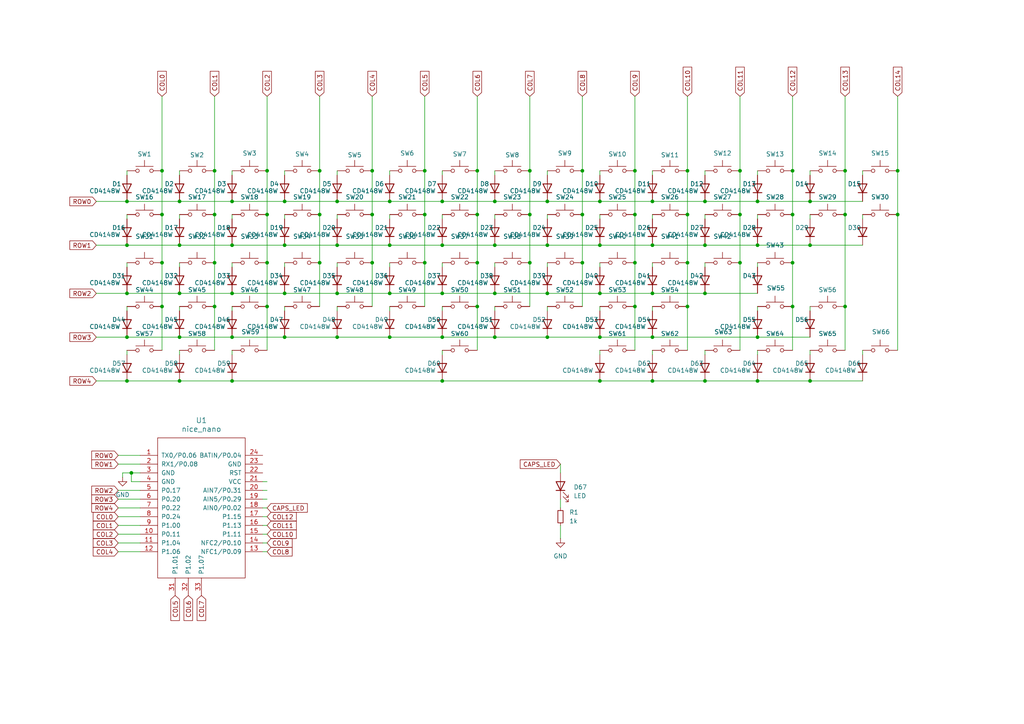
<source format=kicad_sch>
(kicad_sch (version 20231120) (generator "eeschema") (generator_version "8.0")
  (paper "A4")
  (junction (at 123.19 49.53))
  (junction (at 92.71 49.53))
  (junction (at 97.79 85.09))
  (junction (at 199.39 88.9))
  (junction (at 229.87 88.9))
  (junction (at 82.55 85.09))
  (junction (at 158.75 97.79))
  (junction (at 234.95 110.49))
  (junction (at 82.55 97.79))
  (junction (at 229.87 76.2))
  (junction (at 245.11 62.23))
  (junction (at 173.99 58.42))
  (junction (at 77.47 62.23))
  (junction (at 36.83 97.79))
  (junction (at 77.47 88.9))
  (junction (at 107.95 76.2))
  (junction (at 92.71 62.23))
  (junction (at 36.83 110.49))
  (junction (at 234.95 71.12))
  (junction (at 128.27 71.12))
  (junction (at 138.43 88.9))
  (junction (at 97.79 71.12))
  (junction (at 123.19 76.2))
  (junction (at 138.43 49.53))
  (junction (at 189.23 85.09))
  (junction (at 128.27 85.09))
  (junction (at 62.23 49.53))
  (junction (at 97.79 58.42))
  (junction (at 82.55 58.42))
  (junction (at 245.11 88.9))
  (junction (at 97.79 97.79))
  (junction (at 36.83 71.12))
  (junction (at 46.99 49.53))
  (junction (at 189.23 71.12))
  (junction (at 173.99 85.09))
  (junction (at 214.63 76.2))
  (junction (at 113.03 97.79))
  (junction (at 92.71 76.2))
  (junction (at 158.75 85.09))
  (junction (at 245.11 49.53))
  (junction (at 52.07 97.79))
  (junction (at 128.27 58.42))
  (junction (at 77.47 49.53))
  (junction (at 189.23 110.49))
  (junction (at 107.95 49.53))
  (junction (at 204.47 71.12))
  (junction (at 62.23 76.2))
  (junction (at 82.55 71.12))
  (junction (at 219.71 97.79))
  (junction (at 46.99 62.23))
  (junction (at 260.35 62.23))
  (junction (at 36.83 85.09))
  (junction (at 52.07 58.42))
  (junction (at 52.07 110.49))
  (junction (at 67.31 58.42))
  (junction (at 67.31 85.09))
  (junction (at 153.67 49.53))
  (junction (at 158.75 71.12))
  (junction (at 204.47 110.49))
  (junction (at 143.51 97.79))
  (junction (at 77.47 76.2))
  (junction (at 184.15 76.2))
  (junction (at 219.71 58.42))
  (junction (at 214.63 62.23))
  (junction (at 219.71 110.49))
  (junction (at 52.07 85.09))
  (junction (at 67.31 71.12))
  (junction (at 128.27 97.79))
  (junction (at 158.75 58.42))
  (junction (at 219.71 71.12))
  (junction (at 67.31 110.49))
  (junction (at 189.23 58.42))
  (junction (at 173.99 71.12))
  (junction (at 184.15 62.23))
  (junction (at 143.51 71.12))
  (junction (at 168.91 49.53))
  (junction (at 199.39 49.53))
  (junction (at 173.99 97.79))
  (junction (at 62.23 62.23))
  (junction (at 168.91 76.2))
  (junction (at 123.19 62.23))
  (junction (at 153.67 76.2))
  (junction (at 62.23 88.9))
  (junction (at 204.47 85.09))
  (junction (at 107.95 62.23))
  (junction (at 199.39 62.23))
  (junction (at 36.83 58.42))
  (junction (at 113.03 85.09))
  (junction (at 113.03 58.42))
  (junction (at 46.99 76.2))
  (junction (at 204.47 58.42))
  (junction (at 229.87 49.53))
  (junction (at 143.51 85.09))
  (junction (at 128.27 110.49))
  (junction (at 67.31 97.79))
  (junction (at 38.1 137.16))
  (junction (at 260.35 49.53))
  (junction (at 153.67 62.23))
  (junction (at 189.23 97.79))
  (junction (at 214.63 49.53))
  (junction (at 168.91 62.23))
  (junction (at 229.87 62.23))
  (junction (at 184.15 88.9))
  (junction (at 184.15 49.53))
  (junction (at 52.07 71.12))
  (junction (at 138.43 76.2))
  (junction (at 46.99 88.9))
  (junction (at 143.51 58.42))
  (junction (at 173.99 110.49))
  (junction (at 113.03 71.12))
  (junction (at 138.43 62.23))
  (junction (at 199.39 76.2))
  (junction (at 234.95 58.42))
  (wire (pts (xy 173.99 88.9) (xy 173.99 90.17)))
  (wire (pts (xy 234.95 110.49) (xy 250.19 110.49)))
  (wire (pts (xy 77.47 49.53) (xy 77.47 62.23)))
  (wire (pts (xy 107.95 76.2) (xy 107.95 88.9)))
  (wire (pts (xy 52.07 85.09) (xy 67.31 85.09)))
  (wire (pts (xy 214.63 27.94) (xy 214.63 49.53)))
  (wire (pts (xy 219.71 62.23) (xy 219.71 63.5)))
  (wire (pts (xy 67.31 97.79) (xy 82.55 97.79)))
  (wire (pts (xy 107.95 62.23) (xy 107.95 76.2)))
  (wire (pts (xy 189.23 88.9) (xy 189.23 90.17)))
  (wire (pts (xy 82.55 62.23) (xy 82.55 63.5)))
  (wire (pts (xy 168.91 62.23) (xy 168.91 76.2)))
  (wire (pts (xy 113.03 85.09) (xy 128.27 85.09)))
  (wire (pts (xy 143.51 71.12) (xy 158.75 71.12)))
  (wire (pts (xy 52.07 110.49) (xy 67.31 110.49)))
  (wire (pts (xy 36.83 58.42) (xy 52.07 58.42)))
  (wire (pts (xy 143.51 76.2) (xy 143.51 77.47)))
  (wire (pts (xy 158.75 49.53) (xy 158.75 50.8)))
  (wire (pts (xy 184.15 76.2) (xy 184.15 88.9)))
  (wire (pts (xy 214.63 62.23) (xy 214.63 76.2)))
  (wire (pts (xy 77.47 27.94) (xy 77.47 49.53)))
  (wire (pts (xy 34.29 157.48) (xy 40.64 157.48)))
  (wire (pts (xy 113.03 88.9) (xy 113.03 90.17)))
  (wire (pts (xy 189.23 97.79) (xy 219.71 97.79)))
  (wire (pts (xy 204.47 101.6) (xy 204.47 102.87)))
  (wire (pts (xy 158.75 62.23) (xy 158.75 63.5)))
  (wire (pts (xy 168.91 76.2) (xy 168.91 88.9)))
  (wire (pts (xy 34.29 152.4) (xy 40.64 152.4)))
  (wire (pts (xy 138.43 88.9) (xy 138.43 101.6)))
  (wire (pts (xy 189.23 58.42) (xy 204.47 58.42)))
  (wire (pts (xy 153.67 62.23) (xy 153.67 76.2)))
  (wire (pts (xy 199.39 27.94) (xy 199.39 49.53)))
  (wire (pts (xy 46.99 49.53) (xy 46.99 62.23)))
  (wire (pts (xy 62.23 62.23) (xy 62.23 76.2)))
  (wire (pts (xy 67.31 58.42) (xy 82.55 58.42)))
  (wire (pts (xy 62.23 76.2) (xy 62.23 88.9)))
  (wire (pts (xy 219.71 71.12) (xy 234.95 71.12)))
  (wire (pts (xy 128.27 76.2) (xy 128.27 77.47)))
  (wire (pts (xy 82.55 97.79) (xy 97.79 97.79)))
  (wire (pts (xy 245.11 27.94) (xy 245.11 49.53)))
  (wire (pts (xy 38.1 139.7) (xy 38.1 137.16)))
  (wire (pts (xy 260.35 27.94) (xy 260.35 49.53)))
  (wire (pts (xy 189.23 76.2) (xy 189.23 77.47)))
  (wire (pts (xy 97.79 62.23) (xy 97.79 63.5)))
  (wire (pts (xy 143.51 88.9) (xy 143.51 90.17)))
  (wire (pts (xy 138.43 76.2) (xy 138.43 88.9)))
  (wire (pts (xy 184.15 62.23) (xy 184.15 76.2)))
  (wire (pts (xy 204.47 85.09) (xy 219.71 85.09)))
  (wire (pts (xy 34.29 142.24) (xy 40.64 142.24)))
  (wire (pts (xy 36.83 49.53) (xy 36.83 50.8)))
  (wire (pts (xy 173.99 71.12) (xy 189.23 71.12)))
  (wire (pts (xy 199.39 88.9) (xy 199.39 101.6)))
  (wire (pts (xy 97.79 58.42) (xy 113.03 58.42)))
  (wire (pts (xy 76.2 144.78) (xy 77.47 144.78)))
  (wire (pts (xy 162.56 152.4) (xy 162.56 156.21)))
  (wire (pts (xy 260.35 49.53) (xy 260.35 62.23)))
  (wire (pts (xy 40.64 139.7) (xy 38.1 139.7)))
  (wire (pts (xy 82.55 88.9) (xy 82.55 90.17)))
  (wire (pts (xy 173.99 58.42) (xy 189.23 58.42)))
  (wire (pts (xy 229.87 88.9) (xy 229.87 101.6)))
  (wire (pts (xy 34.29 149.86) (xy 40.64 149.86)))
  (wire (pts (xy 158.75 76.2) (xy 158.75 77.47)))
  (wire (pts (xy 128.27 58.42) (xy 143.51 58.42)))
  (wire (pts (xy 234.95 71.12) (xy 250.19 71.12)))
  (wire (pts (xy 250.19 62.23) (xy 250.19 63.5)))
  (wire (pts (xy 219.71 110.49) (xy 234.95 110.49)))
  (wire (pts (xy 204.47 62.23) (xy 204.47 63.5)))
  (wire (pts (xy 76.2 139.7) (xy 77.47 139.7)))
  (wire (pts (xy 214.63 76.2) (xy 214.63 101.6)))
  (wire (pts (xy 35.56 137.16) (xy 38.1 137.16)))
  (wire (pts (xy 123.19 62.23) (xy 123.19 76.2)))
  (wire (pts (xy 168.91 27.94) (xy 168.91 49.53)))
  (wire (pts (xy 173.99 101.6) (xy 173.99 102.87)))
  (wire (pts (xy 107.95 49.53) (xy 107.95 62.23)))
  (wire (pts (xy 214.63 49.53) (xy 214.63 62.23)))
  (wire (pts (xy 189.23 85.09) (xy 204.47 85.09)))
  (wire (pts (xy 76.2 142.24) (xy 77.47 142.24)))
  (wire (pts (xy 107.95 27.94) (xy 107.95 49.53)))
  (wire (pts (xy 34.29 160.02) (xy 40.64 160.02)))
  (wire (pts (xy 234.95 49.53) (xy 234.95 50.8)))
  (wire (pts (xy 158.75 85.09) (xy 173.99 85.09)))
  (wire (pts (xy 46.99 88.9) (xy 46.99 101.6)))
  (wire (pts (xy 234.95 88.9) (xy 234.95 90.17)))
  (wire (pts (xy 153.67 76.2) (xy 153.67 88.9)))
  (wire (pts (xy 97.79 85.09) (xy 113.03 85.09)))
  (wire (pts (xy 36.83 97.79) (xy 52.07 97.79)))
  (wire (pts (xy 67.31 62.23) (xy 67.31 63.5)))
  (wire (pts (xy 34.29 144.78) (xy 40.64 144.78)))
  (wire (pts (xy 113.03 58.42) (xy 128.27 58.42)))
  (wire (pts (xy 67.31 76.2) (xy 67.31 77.47)))
  (wire (pts (xy 173.99 97.79) (xy 189.23 97.79)))
  (wire (pts (xy 245.11 62.23) (xy 245.11 88.9)))
  (wire (pts (xy 27.94 97.79) (xy 36.83 97.79)))
  (wire (pts (xy 173.99 49.53) (xy 173.99 50.8)))
  (wire (pts (xy 76.2 147.32) (xy 77.47 147.32)))
  (wire (pts (xy 97.79 71.12) (xy 113.03 71.12)))
  (wire (pts (xy 76.2 149.86) (xy 77.47 149.86)))
  (wire (pts (xy 199.39 76.2) (xy 199.39 88.9)))
  (wire (pts (xy 52.07 71.12) (xy 67.31 71.12)))
  (wire (pts (xy 204.47 58.42) (xy 219.71 58.42)))
  (wire (pts (xy 36.83 110.49) (xy 52.07 110.49)))
  (wire (pts (xy 143.51 62.23) (xy 143.51 63.5)))
  (wire (pts (xy 113.03 49.53) (xy 113.03 50.8)))
  (wire (pts (xy 82.55 49.53) (xy 82.55 50.8)))
  (wire (pts (xy 143.51 58.42) (xy 158.75 58.42)))
  (wire (pts (xy 173.99 62.23) (xy 173.99 63.5)))
  (wire (pts (xy 260.35 62.23) (xy 260.35 101.6)))
  (wire (pts (xy 128.27 62.23) (xy 128.27 63.5)))
  (wire (pts (xy 153.67 27.94) (xy 153.67 49.53)))
  (wire (pts (xy 123.19 49.53) (xy 123.19 62.23)))
  (wire (pts (xy 52.07 97.79) (xy 67.31 97.79)))
  (wire (pts (xy 173.99 85.09) (xy 189.23 85.09)))
  (wire (pts (xy 27.94 71.12) (xy 36.83 71.12)))
  (wire (pts (xy 143.51 97.79) (xy 158.75 97.79)))
  (wire (pts (xy 34.29 132.08) (xy 40.64 132.08)))
  (wire (pts (xy 128.27 101.6) (xy 128.27 102.87)))
  (wire (pts (xy 158.75 71.12) (xy 173.99 71.12)))
  (wire (pts (xy 77.47 88.9) (xy 77.47 101.6)))
  (wire (pts (xy 219.71 101.6) (xy 219.71 102.87)))
  (wire (pts (xy 162.56 144.78) (xy 162.56 147.32)))
  (wire (pts (xy 46.99 76.2) (xy 46.99 88.9)))
  (wire (pts (xy 52.07 49.53) (xy 52.07 50.8)))
  (wire (pts (xy 35.56 138.43) (xy 35.56 137.16)))
  (wire (pts (xy 123.19 76.2) (xy 123.19 88.9)))
  (wire (pts (xy 173.99 76.2) (xy 173.99 77.47)))
  (wire (pts (xy 199.39 49.53) (xy 199.39 62.23)))
  (wire (pts (xy 204.47 71.12) (xy 219.71 71.12)))
  (wire (pts (xy 229.87 62.23) (xy 229.87 76.2)))
  (wire (pts (xy 67.31 110.49) (xy 128.27 110.49)))
  (wire (pts (xy 245.11 88.9) (xy 245.11 101.6)))
  (wire (pts (xy 36.83 88.9) (xy 36.83 90.17)))
  (wire (pts (xy 34.29 154.94) (xy 40.64 154.94)))
  (wire (pts (xy 219.71 97.79) (xy 234.95 97.79)))
  (wire (pts (xy 229.87 76.2) (xy 229.87 88.9)))
  (wire (pts (xy 128.27 85.09) (xy 143.51 85.09)))
  (wire (pts (xy 92.71 49.53) (xy 92.71 62.23)))
  (wire (pts (xy 38.1 137.16) (xy 40.64 137.16)))
  (wire (pts (xy 138.43 49.53) (xy 138.43 62.23)))
  (wire (pts (xy 34.29 134.62) (xy 40.64 134.62)))
  (wire (pts (xy 36.83 101.6) (xy 36.83 102.87)))
  (wire (pts (xy 62.23 88.9) (xy 62.23 101.6)))
  (wire (pts (xy 67.31 101.6) (xy 67.31 102.87)))
  (wire (pts (xy 77.47 62.23) (xy 77.47 76.2)))
  (wire (pts (xy 245.11 49.53) (xy 245.11 62.23)))
  (wire (pts (xy 234.95 58.42) (xy 250.19 58.42)))
  (wire (pts (xy 67.31 88.9) (xy 67.31 90.17)))
  (wire (pts (xy 82.55 76.2) (xy 82.55 77.47)))
  (wire (pts (xy 52.07 58.42) (xy 67.31 58.42)))
  (wire (pts (xy 143.51 85.09) (xy 158.75 85.09)))
  (wire (pts (xy 82.55 71.12) (xy 97.79 71.12)))
  (wire (pts (xy 76.2 152.4) (xy 77.47 152.4)))
  (wire (pts (xy 52.07 101.6) (xy 52.07 102.87)))
  (wire (pts (xy 67.31 85.09) (xy 82.55 85.09)))
  (wire (pts (xy 36.83 76.2) (xy 36.83 77.47)))
  (wire (pts (xy 162.56 137.16) (xy 162.56 134.62)))
  (wire (pts (xy 158.75 97.79) (xy 173.99 97.79)))
  (wire (pts (xy 219.71 76.2) (xy 219.71 77.47)))
  (wire (pts (xy 158.75 88.9) (xy 158.75 90.17)))
  (wire (pts (xy 76.2 154.94) (xy 77.47 154.94)))
  (wire (pts (xy 138.43 27.94) (xy 138.43 49.53)))
  (wire (pts (xy 184.15 88.9) (xy 184.15 101.6)))
  (wire (pts (xy 229.87 27.94) (xy 229.87 49.53)))
  (wire (pts (xy 184.15 49.53) (xy 184.15 62.23)))
  (wire (pts (xy 189.23 71.12) (xy 204.47 71.12)))
  (wire (pts (xy 250.19 49.53) (xy 250.19 50.8)))
  (wire (pts (xy 97.79 49.53) (xy 97.79 50.8)))
  (wire (pts (xy 189.23 49.53) (xy 189.23 50.8)))
  (wire (pts (xy 52.07 88.9) (xy 52.07 90.17)))
  (wire (pts (xy 199.39 62.23) (xy 199.39 76.2)))
  (wire (pts (xy 184.15 27.94) (xy 184.15 49.53)))
  (wire (pts (xy 77.47 76.2) (xy 77.47 88.9)))
  (wire (pts (xy 128.27 97.79) (xy 143.51 97.79)))
  (wire (pts (xy 27.94 58.42) (xy 36.83 58.42)))
  (wire (pts (xy 219.71 88.9) (xy 219.71 90.17)))
  (wire (pts (xy 158.75 58.42) (xy 173.99 58.42)))
  (wire (pts (xy 123.19 27.94) (xy 123.19 49.53)))
  (wire (pts (xy 153.67 49.53) (xy 153.67 62.23)))
  (wire (pts (xy 173.99 110.49) (xy 189.23 110.49)))
  (wire (pts (xy 27.94 110.49) (xy 36.83 110.49)))
  (wire (pts (xy 27.94 85.09) (xy 36.83 85.09)))
  (wire (pts (xy 82.55 85.09) (xy 97.79 85.09)))
  (wire (pts (xy 113.03 97.79) (xy 128.27 97.79)))
  (wire (pts (xy 113.03 62.23) (xy 113.03 63.5)))
  (wire (pts (xy 76.2 157.48) (xy 77.47 157.48)))
  (wire (pts (xy 36.83 85.09) (xy 52.07 85.09)))
  (wire (pts (xy 250.19 101.6) (xy 250.19 102.87)))
  (wire (pts (xy 97.79 88.9) (xy 97.79 90.17)))
  (wire (pts (xy 234.95 62.23) (xy 234.95 63.5)))
  (wire (pts (xy 219.71 58.42) (xy 234.95 58.42)))
  (wire (pts (xy 143.51 49.53) (xy 143.51 50.8)))
  (wire (pts (xy 168.91 49.53) (xy 168.91 62.23)))
  (wire (pts (xy 204.47 49.53) (xy 204.47 50.8)))
  (wire (pts (xy 34.29 147.32) (xy 40.64 147.32)))
  (wire (pts (xy 229.87 49.53) (xy 229.87 62.23)))
  (wire (pts (xy 97.79 76.2) (xy 97.79 77.47)))
  (wire (pts (xy 204.47 110.49) (xy 219.71 110.49)))
  (wire (pts (xy 128.27 110.49) (xy 173.99 110.49)))
  (wire (pts (xy 113.03 71.12) (xy 128.27 71.12)))
  (wire (pts (xy 97.79 97.79) (xy 113.03 97.79)))
  (wire (pts (xy 189.23 101.6) (xy 189.23 102.87)))
  (wire (pts (xy 234.95 101.6) (xy 234.95 102.87)))
  (wire (pts (xy 219.71 49.53) (xy 219.71 50.8)))
  (wire (pts (xy 62.23 49.53) (xy 62.23 62.23)))
  (wire (pts (xy 189.23 62.23) (xy 189.23 63.5)))
  (wire (pts (xy 189.23 110.49) (xy 204.47 110.49)))
  (wire (pts (xy 82.55 58.42) (xy 97.79 58.42)))
  (wire (pts (xy 113.03 76.2) (xy 113.03 77.47)))
  (wire (pts (xy 52.07 62.23) (xy 52.07 63.5)))
  (wire (pts (xy 92.71 62.23) (xy 92.71 76.2)))
  (wire (pts (xy 36.83 71.12) (xy 52.07 71.12)))
  (wire (pts (xy 62.23 27.94) (xy 62.23 49.53)))
  (wire (pts (xy 128.27 49.53) (xy 128.27 50.8)))
  (wire (pts (xy 92.71 27.94) (xy 92.71 49.53)))
  (wire (pts (xy 138.43 62.23) (xy 138.43 76.2)))
  (wire (pts (xy 46.99 27.94) (xy 46.99 49.53)))
  (wire (pts (xy 128.27 88.9) (xy 128.27 90.17)))
  (wire (pts (xy 67.31 49.53) (xy 67.31 50.8)))
  (wire (pts (xy 36.83 62.23) (xy 36.83 63.5)))
  (wire (pts (xy 204.47 76.2) (xy 204.47 77.47)))
  (wire (pts (xy 67.31 71.12) (xy 82.55 71.12)))
  (wire (pts (xy 92.71 76.2) (xy 92.71 88.9)))
  (wire (pts (xy 46.99 62.23) (xy 46.99 76.2)))
  (wire (pts (xy 76.2 160.02) (xy 77.47 160.02)))
  (wire (pts (xy 52.07 76.2) (xy 52.07 77.47)))
  (wire (pts (xy 128.27 71.12) (xy 143.51 71.12)))
  (global_label "COL2" (shape input) (at 34.29 154.94 180) (property "Intersheetrefs" "${INTERSHEET_REFS}" (effects (hide yes))))
  (global_label "COL11" (shape input) (at 77.47 152.4 0) (property "Intersheetrefs" "${INTERSHEET_REFS}" (effects (hide yes))))
  (global_label "COL8" (shape input) (at 168.91 27.94 90) (property "Intersheetrefs" "${INTERSHEET_REFS}" (effects (hide yes))))
  (global_label "COL0" (shape input) (at 34.29 149.86 180) (property "Intersheetrefs" "${INTERSHEET_REFS}" (effects (hide yes))))
  (global_label "COL9" (shape input) (at 184.15 27.94 90) (property "Intersheetrefs" "${INTERSHEET_REFS}" (effects (hide yes))))
  (global_label "COL3" (shape input) (at 92.71 27.94 90) (property "Intersheetrefs" "${INTERSHEET_REFS}" (effects (hide yes))))
  (global_label "CAPS_LED" (shape input) (at 77.47 147.32 0) (property "Intersheetrefs" "${INTERSHEET_REFS}" (effects (hide yes))))
  (global_label "COL10" (shape input) (at 77.47 154.94 0) (property "Intersheetrefs" "${INTERSHEET_REFS}" (effects (hide yes))))
  (global_label "COL5" (shape input) (at 123.19 27.94 90) (property "Intersheetrefs" "${INTERSHEET_REFS}" (effects (hide yes))))
  (global_label "COL7" (shape input) (at 153.67 27.94 90) (property "Intersheetrefs" "${INTERSHEET_REFS}" (effects (hide yes))))
  (global_label "ROW4" (shape input) (at 34.29 147.32 180) (property "Intersheetrefs" "${INTERSHEET_REFS}" (effects (hide yes))))
  (global_label "COL10" (shape input) (at 199.39 27.94 90) (property "Intersheetrefs" "${INTERSHEET_REFS}" (effects (hide yes))))
  (global_label "COL8" (shape input) (at 77.47 160.02 0) (property "Intersheetrefs" "${INTERSHEET_REFS}" (effects (hide yes))))
  (global_label "COL1" (shape input) (at 62.23 27.94 90) (property "Intersheetrefs" "${INTERSHEET_REFS}" (effects (hide yes))))
  (global_label "COL4" (shape input) (at 107.95 27.94 90) (property "Intersheetrefs" "${INTERSHEET_REFS}" (effects (hide yes))))
  (global_label "COL1" (shape input) (at 34.29 152.4 180) (property "Intersheetrefs" "${INTERSHEET_REFS}" (effects (hide yes))))
  (global_label "ROW0" (shape input) (at 34.29 132.08 180) (property "Intersheetrefs" "${INTERSHEET_REFS}" (effects (hide yes))))
  (global_label "COL2" (shape input) (at 77.47 27.94 90) (property "Intersheetrefs" "${INTERSHEET_REFS}" (effects (hide yes))))
  (global_label "COL6" (shape input) (at 138.43 27.94 90) (property "Intersheetrefs" "${INTERSHEET_REFS}" (effects (hide yes))))
  (global_label "COL4" (shape input) (at 34.29 160.02 180) (property "Intersheetrefs" "${INTERSHEET_REFS}" (effects (hide yes))))
  (global_label "ROW3" (shape input) (at 27.94 97.79 180) (property "Intersheetrefs" "${INTERSHEET_REFS}" (effects (hide yes))))
  (global_label "ROW0" (shape input) (at 27.94 58.42 180) (property "Intersheetrefs" "${INTERSHEET_REFS}" (effects (hide yes))))
  (global_label "ROW2" (shape input) (at 34.29 142.24 180) (property "Intersheetrefs" "${INTERSHEET_REFS}" (effects (hide yes))))
  (global_label "COL14" (shape input) (at 260.35 27.94 90) (property "Intersheetrefs" "${INTERSHEET_REFS}" (effects (hide yes))))
  (global_label "COL0" (shape input) (at 46.99 27.94 90) (property "Intersheetrefs" "${INTERSHEET_REFS}" (effects (hide yes))))
  (global_label "ROW4" (shape input) (at 27.94 110.49 180) (property "Intersheetrefs" "${INTERSHEET_REFS}" (effects (hide yes))))
  (global_label "ROW2" (shape input) (at 27.94 85.09 180) (property "Intersheetrefs" "${INTERSHEET_REFS}" (effects (hide yes))))
  (global_label "COL13" (shape input) (at 245.11 27.94 90) (property "Intersheetrefs" "${INTERSHEET_REFS}" (effects (hide yes))))
  (global_label "COL11" (shape input) (at 214.63 27.94 90) (property "Intersheetrefs" "${INTERSHEET_REFS}" (effects (hide yes))))
  (global_label "COL12" (shape input) (at 77.47 149.86 0) (property "Intersheetrefs" "${INTERSHEET_REFS}" (effects (hide yes))))
  (global_label "ROW1" (shape input) (at 27.94 71.12 180) (property "Intersheetrefs" "${INTERSHEET_REFS}" (effects (hide yes))))
  (global_label "ROW1" (shape input) (at 34.29 134.62 180) (property "Intersheetrefs" "${INTERSHEET_REFS}" (effects (hide yes))))
  (global_label "COL5" (shape input) (at 50.8 172.72 270) (property "Intersheetrefs" "${INTERSHEET_REFS}" (effects (hide yes))))
  (global_label "COL7" (shape input) (at 58.42 172.72 270) (property "Intersheetrefs" "${INTERSHEET_REFS}" (effects (hide yes))))
  (global_label "ROW3" (shape input) (at 34.29 144.78 180) (property "Intersheetrefs" "${INTERSHEET_REFS}" (effects (hide yes))))
  (global_label "COL6" (shape input) (at 54.61 172.72 270) (property "Intersheetrefs" "${INTERSHEET_REFS}" (effects (hide yes))))
  (global_label "CAPS_LED" (shape input) (at 162.56 134.62 180) (property "Intersheetrefs" "${INTERSHEET_REFS}" (effects (hide yes))))
  (global_label "COL9" (shape input) (at 77.47 157.48 0) (property "Intersheetrefs" "${INTERSHEET_REFS}" (effects (hide yes))))
  (global_label "COL12" (shape input) (at 229.87 27.94 90) (property "Intersheetrefs" "${INTERSHEET_REFS}" (effects (hide yes))))
  (global_label "COL3" (shape input) (at 34.29 157.48 180) (property "Intersheetrefs" "${INTERSHEET_REFS}" (effects (hide yes))))
  (symbol (lib_id "Switch:SW_Push") (at 179.07 101.6 0) (unit 1)
    (property "Reference" "SW61" (at 179.07 96.774 0))
    (property "Value" "SW_Push" (effects (hide yes)))
    (property "Footprint" "PCM_Switch_Keyboard_Hotswap_Kailh:SW_Hotswap_Kailh_Choc_V1V2" (effects (hide yes)))
    (property "Description" "Push button switch, generic, two pins" (effects (hide yes)))
  )
  (symbol (lib_id "Switch:SW_Push") (at 133.35 101.6 0) (unit 1)
    (property "Reference" "SW60" (at 133.35 96.774 0))
    (property "Value" "SW_Push" (effects (hide yes)))
    (property "Footprint" "PCM_Switch_Keyboard_Hotswap_Kailh:SW_Hotswap_Kailh_Choc_V1V2_6.25u" (effects (hide yes)))
    (property "Description" "Push button switch, generic, two pins" (effects (hide yes)))
  )
  (symbol (lib_id "Switch:SW_Push") (at 87.63 49.53 0) (unit 1)
    (property "Reference" "SW4" (at 87.63 44.704 0))
    (property "Value" "SW_Push" (effects (hide yes)))
    (property "Footprint" "PCM_Switch_Keyboard_Hotswap_Kailh:SW_Hotswap_Kailh_Choc_V1V2" (effects (hide yes)))
    (property "Description" "Push button switch, generic, two pins" (effects (hide yes)))
  )
  (symbol (lib_id "Switch:SW_Push") (at 148.59 76.2 0) (unit 1)
    (property "Reference" "SW38" (at 148.59 68.58 0))
    (property "Value" "SW_Push" (effects (hide yes)))
    (property "Footprint" "PCM_Switch_Keyboard_Hotswap_Kailh:SW_Hotswap_Kailh_Choc_V1V2" (effects (hide yes)))
    (property "Description" "Push button switch, generic, two pins" (effects (hide yes)))
  )
  (symbol (lib_id "Diode:CD4148W") (at 36.83 93.98 90) (unit 1)
    (property "Reference" "D44" (at 32.512 92.71 90) (effects (justify right)))
    (property "Value" "CD4148W" (at 25.908 94.742 90) (effects (justify right)))
    (property "Footprint" "Diode_SMD:D_0805_2012Metric" (effects (hide yes)))
    (property "Datasheet" "https://www.dccomponents.com/upload/product/original/623524775088.pdf" (effects (hide yes)))
    (property "Description" "75V 0.15A Switching Diode, 0805" (effects (hide yes)))
    (property "Sim.Device" "D" (effects (hide yes)))
    (property "Sim.Pins" "1=K 2=A" (effects (hide yes)))
  )
  (symbol (lib_id "Switch:SW_Push") (at 194.31 101.6 0) (unit 1)
    (property "Reference" "SW62" (at 194.31 96.774 0))
    (property "Value" "SW_Push" (effects (hide yes)))
    (property "Footprint" "PCM_Switch_Keyboard_Hotswap_Kailh:SW_Hotswap_Kailh_Choc_V1V2" (effects (hide yes)))
    (property "Description" "Push button switch, generic, two pins" (effects (hide yes)))
  )
  (symbol (lib_id "Switch:SW_Push") (at 72.39 76.2 0) (unit 1)
    (property "Reference" "SW33" (at 72.39 68.58 0))
    (property "Value" "SW_Push" (effects (hide yes)))
    (property "Footprint" "PCM_Switch_Keyboard_Hotswap_Kailh:SW_Hotswap_Kailh_Choc_V1V2" (effects (hide yes)))
    (property "Description" "Push button switch, generic, two pins" (effects (hide yes)))
  )
  (symbol (lib_id "Diode:CD4148W") (at 173.99 54.61 90) (unit 1)
    (property "Reference" "D10" (at 169.672 53.34 90) (effects (justify right)))
    (property "Value" "CD4148W" (at 163.068 55.372 90) (effects (justify right)))
    (property "Footprint" "Diode_SMD:D_0805_2012Metric" (effects (hide yes)))
    (property "Datasheet" "https://www.dccomponents.com/upload/product/original/623524775088.pdf" (effects (hide yes)))
    (property "Description" "75V 0.15A Switching Diode, 0805" (effects (hide yes)))
    (property "Sim.Device" "D" (effects (hide yes)))
    (property "Sim.Pins" "1=K 2=A" (effects (hide yes)))
  )
  (symbol (lib_id "Switch:SW_Push") (at 179.07 88.9 0) (unit 1)
    (property "Reference" "SW53" (at 179.07 84.074 0))
    (property "Value" "SW_Push" (effects (hide yes)))
    (property "Footprint" "PCM_Switch_Keyboard_Hotswap_Kailh:SW_Hotswap_Kailh_Choc_V1V2" (effects (hide yes)))
    (property "Description" "Push button switch, generic, two pins" (effects (hide yes)))
  )
  (symbol (lib_id "Diode:CD4148W") (at 128.27 67.31 90) (unit 1)
    (property "Reference" "D22" (at 123.952 66.04 90) (effects (justify right)))
    (property "Value" "CD4148W" (at 117.348 68.072 90) (effects (justify right)))
    (property "Footprint" "Diode_SMD:D_0805_2012Metric" (effects (hide yes)))
    (property "Datasheet" "https://www.dccomponents.com/upload/product/original/623524775088.pdf" (effects (hide yes)))
    (property "Description" "75V 0.15A Switching Diode, 0805" (effects (hide yes)))
    (property "Sim.Device" "D" (effects (hide yes)))
    (property "Sim.Pins" "1=K 2=A" (effects (hide yes)))
  )
  (symbol (lib_id "Diode:CD4148W") (at 82.55 67.31 90) (unit 1)
    (property "Reference" "D19" (at 78.232 66.04 90) (effects (justify right)))
    (property "Value" "CD4148W" (at 71.628 68.072 90) (effects (justify right)))
    (property "Footprint" "Diode_SMD:D_0805_2012Metric" (effects (hide yes)))
    (property "Datasheet" "https://www.dccomponents.com/upload/product/original/623524775088.pdf" (effects (hide yes)))
    (property "Description" "75V 0.15A Switching Diode, 0805" (effects (hide yes)))
    (property "Sim.Device" "D" (effects (hide yes)))
    (property "Sim.Pins" "1=K 2=A" (effects (hide yes)))
  )
  (symbol (lib_id "Diode:CD4148W") (at 52.07 81.28 90) (unit 1)
    (property "Reference" "D32" (at 47.752 80.01 90) (effects (justify right)))
    (property "Value" "CD4148W" (at 41.148 82.042 90) (effects (justify right)))
    (property "Footprint" "Diode_SMD:D_0805_2012Metric" (effects (hide yes)))
    (property "Datasheet" "https://www.dccomponents.com/upload/product/original/623524775088.pdf" (effects (hide yes)))
    (property "Description" "75V 0.15A Switching Diode, 0805" (effects (hide yes)))
    (property "Sim.Device" "D" (effects (hide yes)))
    (property "Sim.Pins" "1=K 2=A" (effects (hide yes)))
  )
  (symbol (lib_id "Switch:SW_Push") (at 194.31 88.9 0) (unit 1)
    (property "Reference" "SW54" (at 194.31 84.074 0))
    (property "Value" "SW_Push" (effects (hide yes)))
    (property "Footprint" "PCM_Switch_Keyboard_Hotswap_Kailh:SW_Hotswap_Kailh_Choc_V1V2" (effects (hide yes)))
    (property "Description" "Push button switch, generic, two pins" (effects (hide yes)))
  )
  (symbol (lib_id "Switch:SW_Push") (at 163.83 88.9 0) (unit 1)
    (property "Reference" "SW52" (at 163.83 84.074 0))
    (property "Value" "SW_Push" (effects (hide yes)))
    (property "Footprint" "PCM_Switch_Keyboard_Hotswap_Kailh:SW_Hotswap_Kailh_Choc_V1V2" (effects (hide yes)))
    (property "Description" "Push button switch, generic, two pins" (effects (hide yes)))
  )
  (symbol (lib_id "Diode:CD4148W") (at 219.71 106.68 90) (unit 1)
    (property "Reference" "D64" (at 215.392 105.41 90) (effects (justify right)))
    (property "Value" "CD4148W" (at 208.788 107.442 90) (effects (justify right)))
    (property "Footprint" "Diode_SMD:D_0805_2012Metric" (effects (hide yes)))
    (property "Datasheet" "https://www.dccomponents.com/upload/product/original/623524775088.pdf" (effects (hide yes)))
    (property "Description" "75V 0.15A Switching Diode, 0805" (effects (hide yes)))
    (property "Sim.Device" "D" (effects (hide yes)))
    (property "Sim.Pins" "1=K 2=A" (effects (hide yes)))
  )
  (symbol (lib_id "Switch:SW_Push") (at 57.15 88.9 0) (unit 1)
    (property "Reference" "SW45" (at 57.15 84.074 0))
    (property "Value" "SW_Push" (effects (hide yes)))
    (property "Footprint" "PCM_Switch_Keyboard_Hotswap_Kailh:SW_Hotswap_Kailh_Choc_V1V2" (effects (hide yes)))
    (property "Description" "Push button switch, generic, two pins" (effects (hide yes)))
  )
  (symbol (lib_id "Diode:CD4148W") (at 52.07 67.31 90) (unit 1)
    (property "Reference" "D17" (at 47.752 66.04 90) (effects (justify right)))
    (property "Value" "CD4148W" (at 41.148 68.072 90) (effects (justify right)))
    (property "Footprint" "Diode_SMD:D_0805_2012Metric" (effects (hide yes)))
    (property "Datasheet" "https://www.dccomponents.com/upload/product/original/623524775088.pdf" (effects (hide yes)))
    (property "Description" "75V 0.15A Switching Diode, 0805" (effects (hide yes)))
    (property "Sim.Device" "D" (effects (hide yes)))
    (property "Sim.Pins" "1=K 2=A" (effects (hide yes)))
  )
  (symbol (lib_id "Diode:CD4148W") (at 219.71 67.31 90) (unit 1)
    (property "Reference" "D28" (at 215.392 66.04 90) (effects (justify right)))
    (property "Value" "CD4148W" (at 208.788 68.072 90) (effects (justify right)))
    (property "Footprint" "Diode_SMD:D_0805_2012Metric" (effects (hide yes)))
    (property "Datasheet" "https://www.dccomponents.com/upload/product/original/623524775088.pdf" (effects (hide yes)))
    (property "Description" "75V 0.15A Switching Diode, 0805" (effects (hide yes)))
    (property "Sim.Device" "D" (effects (hide yes)))
    (property "Sim.Pins" "1=K 2=A" (effects (hide yes)))
  )
  (symbol (lib_id "Switch:SW_Push") (at 148.59 62.23 0) (unit 1)
    (property "Reference" "SW23" (at 148.59 57.15 0))
    (property "Value" "SW_Push" (effects (hide yes)))
    (property "Footprint" "PCM_Switch_Keyboard_Hotswap_Kailh:SW_Hotswap_Kailh_Choc_V1V2" (effects (hide yes)))
    (property "Description" "Push button switch, generic, two pins" (effects (hide yes)))
  )
  (symbol (lib_id "Diode:CD4148W") (at 189.23 81.28 90) (unit 1)
    (property "Reference" "D41" (at 184.912 80.01 90) (effects (justify right)))
    (property "Value" "CD4148W" (at 178.308 82.042 90) (effects (justify right)))
    (property "Footprint" "Diode_SMD:D_0805_2012Metric" (effects (hide yes)))
    (property "Datasheet" "https://www.dccomponents.com/upload/product/original/623524775088.pdf" (effects (hide yes)))
    (property "Description" "75V 0.15A Switching Diode, 0805" (effects (hide yes)))
    (property "Sim.Device" "D" (effects (hide yes)))
    (property "Sim.Pins" "1=K 2=A" (effects (hide yes)))
  )
  (symbol (lib_id "Diode:CD4148W") (at 234.95 54.61 90) (unit 1)
    (property "Reference" "D14" (at 230.632 53.34 90) (effects (justify right)))
    (property "Value" "CD4148W" (effects (hide yes)))
    (property "Footprint" "Diode_SMD:D_0805_2012Metric" (effects (hide yes)))
    (property "Datasheet" "https://www.dccomponents.com/upload/product/original/623524775088.pdf" (effects (hide yes)))
    (property "Description" "75V 0.15A Switching Diode, 0805" (effects (hide yes)))
    (property "Sim.Device" "D" (effects (hide yes)))
    (property "Sim.Pins" "1=K 2=A" (effects (hide yes)))
  )
  (symbol (lib_id "Switch:SW_Push") (at 87.63 88.9 0) (unit 1)
    (property "Reference" "SW47" (at 87.63 84.074 0))
    (property "Value" "SW_Push" (effects (hide yes)))
    (property "Footprint" "PCM_Switch_Keyboard_Hotswap_Kailh:SW_Hotswap_Kailh_Choc_V1V2" (effects (hide yes)))
    (property "Description" "Push button switch, generic, two pins" (effects (hide yes)))
  )
  (symbol (lib_id "Switch:SW_Push") (at 255.27 49.53 0) (unit 1)
    (property "Reference" "SW15" (at 255.27 44.45 0))
    (property "Value" "SW_Push" (effects (hide yes)))
    (property "Footprint" "PCM_Switch_Keyboard_Hotswap_Kailh:SW_Hotswap_Kailh_Choc_V1V2" (effects (hide yes)))
    (property "Description" "Push button switch, generic, two pins" (effects (hide yes)))
  )
  (symbol (lib_id "Diode:CD4148W") (at 128.27 106.68 90) (unit 1)
    (property "Reference" "D60" (at 123.952 105.41 90) (effects (justify right)))
    (property "Value" "CD4148W" (at 117.348 107.442 90) (effects (justify right)))
    (property "Footprint" "Diode_SMD:D_0805_2012Metric" (effects (hide yes)))
    (property "Datasheet" "https://www.dccomponents.com/upload/product/original/623524775088.pdf" (effects (hide yes)))
    (property "Description" "75V 0.15A Switching Diode, 0805" (effects (hide yes)))
    (property "Sim.Device" "D" (effects (hide yes)))
    (property "Sim.Pins" "1=K 2=A" (effects (hide yes)))
  )
  (symbol (lib_id "Switch:SW_Push") (at 163.83 49.53 0) (unit 1)
    (property "Reference" "SW9" (at 163.83 44.45 0))
    (property "Value" "SW_Push" (effects (hide yes)))
    (property "Footprint" "PCM_Switch_Keyboard_Hotswap_Kailh:SW_Hotswap_Kailh_Choc_V1V2" (effects (hide yes)))
    (property "Description" "Push button switch, generic, two pins" (effects (hide yes)))
  )
  (symbol (lib_id "Diode:CD4148W") (at 128.27 81.28 90) (unit 1)
    (property "Reference" "D37" (at 123.952 80.01 90) (effects (justify right)))
    (property "Value" "CD4148W" (at 117.348 82.042 90) (effects (justify right)))
    (property "Footprint" "Diode_SMD:D_0805_2012Metric" (effects (hide yes)))
    (property "Datasheet" "https://www.dccomponents.com/upload/product/original/623524775088.pdf" (effects (hide yes)))
    (property "Description" "75V 0.15A Switching Diode, 0805" (effects (hide yes)))
    (property "Sim.Device" "D" (effects (hide yes)))
    (property "Sim.Pins" "1=K 2=A" (effects (hide yes)))
  )
  (symbol (lib_id "Switch:SW_Push") (at 41.91 62.23 0) (unit 1)
    (property "Reference" "SW16" (at 41.91 57.15 0))
    (property "Value" "SW_Push" (effects (hide yes)))
    (property "Footprint" "PCM_Switch_Keyboard_Hotswap_Kailh:SW_Hotswap_Kailh_Choc_V1V2" (effects (hide yes)))
    (property "Description" "Push button switch, generic, two pins" (effects (hide yes)))
  )
  (symbol (lib_id "power:GND") (at 162.56 156.21 0) (unit 1)
    (property "Reference" "#PWR02" (effects (hide yes)))
    (property "Value" "GND" (at 162.56 161.29 0))
    (property "Description" "Power symbol creates a global label with name \"GND\" , ground" (effects (hide yes)))
  )
  (symbol (lib_id "Diode:CD4148W") (at 82.55 54.61 90) (unit 1)
    (property "Reference" "D4" (at 78.232 53.34 90) (effects (justify right)))
    (property "Value" "CD4148W" (at 71.628 55.372 90) (effects (justify right)))
    (property "Footprint" "Diode_SMD:D_0805_2012Metric" (effects (hide yes)))
    (property "Datasheet" "https://www.dccomponents.com/upload/product/original/623524775088.pdf" (effects (hide yes)))
    (property "Description" "75V 0.15A Switching Diode, 0805" (effects (hide yes)))
    (property "Sim.Device" "D" (effects (hide yes)))
    (property "Sim.Pins" "1=K 2=A" (effects (hide yes)))
  )
  (symbol (lib_id "Diode:CD4148W") (at 113.03 54.61 90) (unit 1)
    (property "Reference" "D6" (at 108.712 53.34 90) (effects (justify right)))
    (property "Value" "CD4148W" (at 102.108 55.372 90) (effects (justify right)))
    (property "Footprint" "Diode_SMD:D_0805_2012Metric" (effects (hide yes)))
    (property "Datasheet" "https://www.dccomponents.com/upload/product/original/623524775088.pdf" (effects (hide yes)))
    (property "Description" "75V 0.15A Switching Diode, 0805" (effects (hide yes)))
    (property "Sim.Device" "D" (effects (hide yes)))
    (property "Sim.Pins" "1=K 2=A" (effects (hide yes)))
  )
  (symbol (lib_id "Diode:CD4148W") (at 97.79 67.31 90) (unit 1)
    (property "Reference" "D20" (at 93.472 66.04 90) (effects (justify right)))
    (property "Value" "CD4148W" (at 86.868 68.072 90) (effects (justify right)))
    (property "Footprint" "Diode_SMD:D_0805_2012Metric" (effects (hide yes)))
    (property "Datasheet" "https://www.dccomponents.com/upload/product/original/623524775088.pdf" (effects (hide yes)))
    (property "Description" "75V 0.15A Switching Diode, 0805" (effects (hide yes)))
    (property "Sim.Device" "D" (effects (hide yes)))
    (property "Sim.Pins" "1=K 2=A" (effects (hide yes)))
  )
  (symbol (lib_id "Diode:CD4148W") (at 204.47 54.61 90) (unit 1)
    (property "Reference" "D12" (at 200.152 53.34 90) (effects (justify right)))
    (property "Value" "CD4148W" (at 193.548 55.372 90) (effects (justify right)))
    (property "Footprint" "Diode_SMD:D_0805_2012Metric" (effects (hide yes)))
    (property "Datasheet" "https://www.dccomponents.com/upload/product/original/623524775088.pdf" (effects (hide yes)))
    (property "Description" "75V 0.15A Switching Diode, 0805" (effects (hide yes)))
    (property "Sim.Device" "D" (effects (hide yes)))
    (property "Sim.Pins" "1=K 2=A" (effects (hide yes)))
  )
  (symbol (lib_id "Diode:CD4148W") (at 158.75 93.98 90) (unit 1)
    (property "Reference" "D52" (at 154.432 92.71 90) (effects (justify right)))
    (property "Value" "CD4148W" (at 147.828 94.742 90) (effects (justify right)))
    (property "Footprint" "Diode_SMD:D_0805_2012Metric" (effects (hide yes)))
    (property "Datasheet" "https://www.dccomponents.com/upload/product/original/623524775088.pdf" (effects (hide yes)))
    (property "Description" "75V 0.15A Switching Diode, 0805" (effects (hide yes)))
    (property "Sim.Device" "D" (effects (hide yes)))
    (property "Sim.Pins" "1=K 2=A" (effects (hide yes)))
  )
  (symbol (lib_id "power:GND") (at 35.56 138.43 0) (unit 1)
    (property "Reference" "#PWR01" (effects (hide yes)))
    (property "Value" "GND" (at 35.56 143.51 0))
    (property "Description" "Power symbol creates a global label with name \"GND\" , ground" (effects (hide yes)))
  )
  (symbol (lib_id "Switch:SW_Push") (at 133.35 49.53 0) (unit 1)
    (property "Reference" "SW7" (at 133.35 44.704 0))
    (property "Value" "SW_Push" (effects (hide yes)))
    (property "Footprint" "PCM_Switch_Keyboard_Hotswap_Kailh:SW_Hotswap_Kailh_Choc_V1V2" (effects (hide yes)))
    (property "Description" "Push button switch, generic, two pins" (effects (hide yes)))
  )
  (symbol (lib_id "Diode:CD4148W") (at 250.19 106.68 90) (unit 1)
    (property "Reference" "D66" (at 245.872 105.41 90) (effects (justify right)))
    (property "Value" "CD4148W" (at 239.268 107.442 90) (effects (justify right)))
    (property "Footprint" "Diode_SMD:D_0805_2012Metric" (effects (hide yes)))
    (property "Datasheet" "https://www.dccomponents.com/upload/product/original/623524775088.pdf" (effects (hide yes)))
    (property "Description" "75V 0.15A Switching Diode, 0805" (effects (hide yes)))
    (property "Sim.Device" "D" (effects (hide yes)))
    (property "Sim.Pins" "1=K 2=A" (effects (hide yes)))
  )
  (symbol (lib_id "Diode:CD4148W") (at 204.47 81.28 90) (unit 1)
    (property "Reference" "D42" (at 200.152 80.01 90) (effects (justify right)))
    (property "Value" "CD4148W" (at 193.548 82.042 90) (effects (justify right)))
    (property "Footprint" "Diode_SMD:D_0805_2012Metric" (effects (hide yes)))
    (property "Datasheet" "https://www.dccomponents.com/upload/product/original/623524775088.pdf" (effects (hide yes)))
    (property "Description" "75V 0.15A Switching Diode, 0805" (effects (hide yes)))
    (property "Sim.Device" "D" (effects (hide yes)))
    (property "Sim.Pins" "1=K 2=A" (effects (hide yes)))
  )
  (symbol (lib_id "Switch:SW_Push") (at 163.83 76.2 0) (unit 1)
    (property "Reference" "SW39" (at 163.83 68.58 0))
    (property "Value" "SW_Push" (effects (hide yes)))
    (property "Footprint" "PCM_Switch_Keyboard_Hotswap_Kailh:SW_Hotswap_Kailh_Choc_V1V2" (effects (hide yes)))
    (property "Description" "Push button switch, generic, two pins" (effects (hide yes)))
  )
  (symbol (lib_id "Diode:CD4148W") (at 52.07 106.68 90) (unit 1)
    (property "Reference" "D58" (at 47.752 105.41 90) (effects (justify right)))
    (property "Value" "CD4148W" (at 41.148 107.442 90) (effects (justify right)))
    (property "Footprint" "Diode_SMD:D_0805_2012Metric" (effects (hide yes)))
    (property "Datasheet" "https://www.dccomponents.com/upload/product/original/623524775088.pdf" (effects (hide yes)))
    (property "Description" "75V 0.15A Switching Diode, 0805" (effects (hide yes)))
    (property "Sim.Device" "D" (effects (hide yes)))
    (property "Sim.Pins" "1=K 2=A" (effects (hide yes)))
  )
  (symbol (lib_id "Switch:SW_Push") (at 240.03 62.23 0) (unit 1)
    (property "Reference" "SW29" (at 240.03 57.15 0))
    (property "Value" "SW_Push" (effects (hide yes)))
    (property "Footprint" "PCM_Switch_Keyboard_Hotswap_Kailh:SW_Hotswap_Kailh_Choc_V1V2" (effects (hide yes)))
    (property "Description" "Push button switch, generic, two pins" (effects (hide yes)))
  )
  (symbol (lib_id "Switch:SW_Push") (at 102.87 62.23 0) (unit 1)
    (property "Reference" "SW20" (at 102.87 57.15 0))
    (property "Value" "SW_Push" (effects (hide yes)))
    (property "Footprint" "PCM_Switch_Keyboard_Hotswap_Kailh:SW_Hotswap_Kailh_Choc_V1V2" (effects (hide yes)))
    (property "Description" "Push button switch, generic, two pins" (effects (hide yes)))
  )
  (symbol (lib_id "Diode:CD4148W") (at 82.55 93.98 90) (unit 1)
    (property "Reference" "D47" (at 78.232 92.71 90) (effects (justify right)))
    (property "Value" "CD4148W" (at 71.628 94.742 90) (effects (justify right)))
    (property "Footprint" "Diode_SMD:D_0805_2012Metric" (effects (hide yes)))
    (property "Datasheet" "https://www.dccomponents.com/upload/product/original/623524775088.pdf" (effects (hide yes)))
    (property "Description" "75V 0.15A Switching Diode, 0805" (effects (hide yes)))
    (property "Sim.Device" "D" (effects (hide yes)))
    (property "Sim.Pins" "1=K 2=A" (effects (hide yes)))
  )
  (symbol (lib_id "Switch:SW_Push") (at 179.07 76.2 0) (unit 1)
    (property "Reference" "SW40" (at 179.07 68.58 0))
    (property "Value" "SW_Push" (effects (hide yes)))
    (property "Footprint" "PCM_Switch_Keyboard_Hotswap_Kailh:SW_Hotswap_Kailh_Choc_V1V2" (effects (hide yes)))
    (property "Description" "Push button switch, generic, two pins" (effects (hide yes)))
  )
  (symbol (lib_id "Nice_Nano:nice_nano") (at 58.42 146.05 0) (unit 1)
    (property "Reference" "U1" (at 58.42 121.92 0) (effects (font (size 1.524 1.524))))
    (property "Value" "nice_nano" (at 58.42 124.46 0) (effects (font (size 1.524 1.524))))
    (property "Footprint" "Nice!Nano:nice_nano" (effects (hide yes)))
  )
  (symbol (lib_id "Diode:CD4148W") (at 82.55 81.28 90) (unit 1)
    (property "Reference" "D34" (at 78.232 80.01 90) (effects (justify right)))
    (property "Value" "CD4148W" (at 71.628 82.042 90) (effects (justify right)))
    (property "Footprint" "Diode_SMD:D_0805_2012Metric" (effects (hide yes)))
    (property "Datasheet" "https://www.dccomponents.com/upload/product/original/623524775088.pdf" (effects (hide yes)))
    (property "Description" "75V 0.15A Switching Diode, 0805" (effects (hide yes)))
    (property "Sim.Device" "D" (effects (hide yes)))
    (property "Sim.Pins" "1=K 2=A" (effects (hide yes)))
  )
  (symbol (lib_id "Diode:CD4148W") (at 189.23 106.68 90) (unit 1)
    (property "Reference" "D62" (at 184.912 105.41 90) (effects (justify right)))
    (property "Value" "CD4148W" (at 178.308 107.442 90) (effects (justify right)))
    (property "Footprint" "Diode_SMD:D_0805_2012Metric" (effects (hide yes)))
    (property "Datasheet" "https://www.dccomponents.com/upload/product/original/623524775088.pdf" (effects (hide yes)))
    (property "Description" "75V 0.15A Switching Diode, 0805" (effects (hide yes)))
    (property "Sim.Device" "D" (effects (hide yes)))
    (property "Sim.Pins" "1=K 2=A" (effects (hide yes)))
  )
  (symbol (lib_id "Diode:CD4148W") (at 97.79 54.61 90) (unit 1)
    (property "Reference" "D5" (at 93.472 53.34 90) (effects (justify right)))
    (property "Value" "CD4148W" (at 86.868 55.372 90) (effects (justify right)))
    (property "Footprint" "Diode_SMD:D_0805_2012Metric" (effects (hide yes)))
    (property "Datasheet" "https://www.dccomponents.com/upload/product/original/623524775088.pdf" (effects (hide yes)))
    (property "Description" "75V 0.15A Switching Diode, 0805" (effects (hide yes)))
    (property "Sim.Device" "D" (effects (hide yes)))
    (property "Sim.Pins" "1=K 2=A" (effects (hide yes)))
  )
  (symbol (lib_id "Diode:CD4148W") (at 250.19 67.31 90) (unit 1)
    (property "Reference" "D30" (at 245.872 66.04 90) (effects (justify right)))
    (property "Value" "CD4148W" (effects (hide yes)))
    (property "Footprint" "Diode_SMD:D_0805_2012Metric" (effects (hide yes)))
    (property "Datasheet" "https://www.dccomponents.com/upload/product/original/623524775088.pdf" (effects (hide yes)))
    (property "Description" "75V 0.15A Switching Diode, 0805" (effects (hide yes)))
    (property "Sim.Device" "D" (effects (hide yes)))
    (property "Sim.Pins" "1=K 2=A" (effects (hide yes)))
  )
  (symbol (lib_id "Switch:SW_Push") (at 240.03 101.6 0) (unit 1)
    (property "Reference" "SW65" (at 240.03 96.774 0))
    (property "Value" "SW_Push" (effects (hide yes)))
    (property "Footprint" "PCM_Switch_Keyboard_Hotswap_Kailh:SW_Hotswap_Kailh_Choc_V1V2" (effects (hide yes)))
    (property "Description" "Push button switch, generic, two pins" (effects (hide yes)))
  )
  (symbol (lib_id "Switch:SW_Push") (at 179.07 49.53 0) (unit 1)
    (property "Reference" "SW10" (at 179.07 44.704 0))
    (property "Value" "SW_Push" (effects (hide yes)))
    (property "Footprint" "PCM_Switch_Keyboard_Hotswap_Kailh:SW_Hotswap_Kailh_Choc_V1V2" (effects (hide yes)))
    (property "Description" "Push button switch, generic, two pins" (effects (hide yes)))
  )
  (symbol (lib_id "Diode:CD4148W") (at 158.75 81.28 90) (unit 1)
    (property "Reference" "D39" (at 154.432 80.01 90) (effects (justify right)))
    (property "Value" "CD4148W" (at 147.828 82.042 90) (effects (justify right)))
    (property "Footprint" "Diode_SMD:D_0805_2012Metric" (effects (hide yes)))
    (property "Datasheet" "https://www.dccomponents.com/upload/product/original/623524775088.pdf" (effects (hide yes)))
    (property "Description" "75V 0.15A Switching Diode, 0805" (effects (hide yes)))
    (property "Sim.Device" "D" (effects (hide yes)))
    (property "Sim.Pins" "1=K 2=A" (effects (hide yes)))
  )
  (symbol (lib_id "Diode:CD4148W") (at 158.75 54.61 90) (unit 1)
    (property "Reference" "D9" (at 154.432 53.34 90) (effects (justify right)))
    (property "Value" "CD4148W" (at 147.828 55.372 90) (effects (justify right)))
    (property "Footprint" "Diode_SMD:D_0805_2012Metric" (effects (hide yes)))
    (property "Datasheet" "https://www.dccomponents.com/upload/product/original/623524775088.pdf" (effects (hide yes)))
    (property "Description" "75V 0.15A Switching Diode, 0805" (effects (hide yes)))
    (property "Sim.Device" "D" (effects (hide yes)))
    (property "Sim.Pins" "1=K 2=A" (effects (hide yes)))
  )
  (symbol (lib_id "Diode:CD4148W") (at 143.51 54.61 90) (unit 1)
    (property "Reference" "D8" (at 139.192 53.34 90) (effects (justify right)))
    (property "Value" "CD4148W" (at 132.588 55.372 90) (effects (justify right)))
    (property "Footprint" "Diode_SMD:D_0805_2012Metric" (effects (hide yes)))
    (property "Datasheet" "https://www.dccomponents.com/upload/product/original/623524775088.pdf" (effects (hide yes)))
    (property "Description" "75V 0.15A Switching Diode, 0805" (effects (hide yes)))
    (property "Sim.Device" "D" (effects (hide yes)))
    (property "Sim.Pins" "1=K 2=A" (effects (hide yes)))
  )
  (symbol (lib_id "Diode:CD4148W") (at 143.51 81.28 90) (unit 1)
    (property "Reference" "D38" (at 139.192 80.01 90) (effects (justify right)))
    (property "Value" "CD4148W" (at 132.588 82.042 90) (effects (justify right)))
    (property "Footprint" "Diode_SMD:D_0805_2012Metric" (effects (hide yes)))
    (property "Datasheet" "https://www.dccomponents.com/upload/product/original/623524775088.pdf" (effects (hide yes)))
    (property "Description" "75V 0.15A Switching Diode, 0805" (effects (hide yes)))
    (property "Sim.Device" "D" (effects (hide yes)))
    (property "Sim.Pins" "1=K 2=A" (effects (hide yes)))
  )
  (symbol (lib_id "Diode:CD4148W") (at 113.03 81.28 90) (unit 1)
    (property "Reference" "D36" (at 108.712 80.01 90) (effects (justify right)))
    (property "Value" "CD4148W" (at 102.108 82.042 90) (effects (justify right)))
    (property "Footprint" "Diode_SMD:D_0805_2012Metric" (effects (hide yes)))
    (property "Datasheet" "https://www.dccomponents.com/upload/product/original/623524775088.pdf" (effects (hide yes)))
    (property "Description" "75V 0.15A Switching Diode, 0805" (effects (hide yes)))
    (property "Sim.Device" "D" (effects (hide yes)))
    (property "Sim.Pins" "1=K 2=A" (effects (hide yes)))
  )
  (symbol (lib_id "Device:LED") (at 162.56 140.97 90) (unit 1)
    (property "Reference" "D67" (at 166.37 141.2874 90) (effects (justify right)))
    (property "Value" "LED" (at 166.37 143.8274 90) (effects (justify right)))
    (property "Footprint" "LED_SMD:LED_0603_1608Metric" (effects (hide yes)))
    (property "Description" "Light emitting diode" (effects (hide yes)))
  )
  (symbol (lib_id "Switch:SW_Push") (at 118.11 62.23 0) (unit 1)
    (property "Reference" "SW21" (at 118.11 57.15 0))
    (property "Value" "SW_Push" (effects (hide yes)))
    (property "Footprint" "PCM_Switch_Keyboard_Hotswap_Kailh:SW_Hotswap_Kailh_Choc_V1V2" (effects (hide yes)))
    (property "Description" "Push button switch, generic, two pins" (effects (hide yes)))
  )
  (symbol (lib_id "Diode:CD4148W") (at 128.27 54.61 90) (unit 1)
    (property "Reference" "D7" (at 123.952 53.34 90) (effects (justify right)))
    (property "Value" "CD4148W" (at 117.348 55.372 90) (effects (justify right)))
    (property "Footprint" "Diode_SMD:D_0805_2012Metric" (effects (hide yes)))
    (property "Datasheet" "https://www.dccomponents.com/upload/product/original/623524775088.pdf" (effects (hide yes)))
    (property "Description" "75V 0.15A Switching Diode, 0805" (effects (hide yes)))
    (property "Sim.Device" "D" (effects (hide yes)))
    (property "Sim.Pins" "1=K 2=A" (effects (hide yes)))
  )
  (symbol (lib_id "Diode:CD4148W") (at 128.27 93.98 90) (unit 1)
    (property "Reference" "D50" (at 123.952 92.71 90) (effects (justify right)))
    (property "Value" "CD4148W" (at 117.348 94.742 90) (effects (justify right)))
    (property "Footprint" "Diode_SMD:D_0805_2012Metric" (effects (hide yes)))
    (property "Datasheet" "https://www.dccomponents.com/upload/product/original/623524775088.pdf" (effects (hide yes)))
    (property "Description" "75V 0.15A Switching Diode, 0805" (effects (hide yes)))
    (property "Sim.Device" "D" (effects (hide yes)))
    (property "Sim.Pins" "1=K 2=A" (effects (hide yes)))
  )
  (symbol (lib_id "Switch:SW_Push") (at 194.31 49.53 0) (unit 1)
    (property "Reference" "SW11" (at 194.31 44.958 0))
    (property "Value" "SW_Push" (effects (hide yes)))
    (property "Footprint" "PCM_Switch_Keyboard_Hotswap_Kailh:SW_Hotswap_Kailh_Choc_V1V2" (effects (hide yes)))
    (property "Description" "Push button switch, generic, two pins" (effects (hide yes)))
  )
  (symbol (lib_id "Switch:SW_Push") (at 255.27 62.23 0) (unit 1)
    (property "Reference" "SW30" (at 255.27 57.15 0))
    (property "Value" "SW_Push" (effects (hide yes)))
    (property "Footprint" "PCM_Switch_Keyboard_Hotswap_Kailh:SW_Hotswap_Kailh_Choc_V1V2" (effects (hide yes)))
    (property "Description" "Push button switch, generic, two pins" (effects (hide yes)))
  )
  (symbol (lib_id "Switch:SW_Push") (at 209.55 101.6 0) (unit 1)
    (property "Reference" "SW63" (at 209.804 96.266 0))
    (property "Value" "SW_Push" (effects (hide yes)))
    (property "Footprint" "PCM_Switch_Keyboard_Hotswap_Kailh:SW_Hotswap_Kailh_Choc_V1V2" (effects (hide yes)))
    (property "Description" "Push button switch, generic, two pins" (effects (hide yes)))
  )
  (symbol (lib_id "Diode:CD4148W") (at 97.79 81.28 90) (unit 1)
    (property "Reference" "D35" (at 93.472 80.01 90) (effects (justify right)))
    (property "Value" "CD4148W" (at 86.868 82.042 90) (effects (justify right)))
    (property "Footprint" "Diode_SMD:D_0805_2012Metric" (effects (hide yes)))
    (property "Datasheet" "https://www.dccomponents.com/upload/product/original/623524775088.pdf" (effects (hide yes)))
    (property "Description" "75V 0.15A Switching Diode, 0805" (effects (hide yes)))
    (property "Sim.Device" "D" (effects (hide yes)))
    (property "Sim.Pins" "1=K 2=A" (effects (hide yes)))
  )
  (symbol (lib_id "Diode:CD4148W") (at 113.03 67.31 90) (unit 1)
    (property "Reference" "D21" (at 108.712 66.04 90) (effects (justify right)))
    (property "Value" "CD4148W" (at 102.108 68.072 90) (effects (justify right)))
    (property "Footprint" "Diode_SMD:D_0805_2012Metric" (effects (hide yes)))
    (property "Datasheet" "https://www.dccomponents.com/upload/product/original/623524775088.pdf" (effects (hide yes)))
    (property "Description" "75V 0.15A Switching Diode, 0805" (effects (hide yes)))
    (property "Sim.Device" "D" (effects (hide yes)))
    (property "Sim.Pins" "1=K 2=A" (effects (hide yes)))
  )
  (symbol (lib_id "Diode:CD4148W") (at 219.71 81.28 90) (unit 1)
    (property "Reference" "D43" (at 215.392 80.01 90) (effects (justify right)))
    (property "Value" "CD4148W" (effects (hide yes)))
    (property "Footprint" "Diode_SMD:D_0805_2012Metric" (effects (hide yes)))
    (property "Datasheet" "https://www.dccomponents.com/upload/product/original/623524775088.pdf" (effects (hide yes)))
    (property "Description" "75V 0.15A Switching Diode, 0805" (effects (hide yes)))
    (property "Sim.Device" "D" (effects (hide yes)))
    (property "Sim.Pins" "1=K 2=A" (effects (hide yes)))
  )
  (symbol (lib_id "Diode:CD4148W") (at 67.31 93.98 90) (unit 1)
    (property "Reference" "D46" (at 62.992 92.71 90) (effects (justify right)))
    (property "Value" "CD4148W" (at 56.388 94.742 90) (effects (justify right)))
    (property "Footprint" "Diode_SMD:D_0805_2012Metric" (effects (hide yes)))
    (property "Datasheet" "https://www.dccomponents.com/upload/product/original/623524775088.pdf" (effects (hide yes)))
    (property "Description" "75V 0.15A Switching Diode, 0805" (effects (hide yes)))
    (property "Sim.Device" "D" (effects (hide yes)))
    (property "Sim.Pins" "1=K 2=A" (effects (hide yes)))
  )
  (symbol (lib_id "Diode:CD4148W") (at 113.03 93.98 90) (unit 1)
    (property "Reference" "D49" (at 108.712 92.71 90) (effects (justify right)))
    (property "Value" "CD4148W" (at 102.108 94.742 90) (effects (justify right)))
    (property "Footprint" "Diode_SMD:D_0805_2012Metric" (effects (hide yes)))
    (property "Datasheet" "https://www.dccomponents.com/upload/product/original/623524775088.pdf" (effects (hide yes)))
    (property "Description" "75V 0.15A Switching Diode, 0805" (effects (hide yes)))
    (property "Sim.Device" "D" (effects (hide yes)))
    (property "Sim.Pins" "1=K 2=A" (effects (hide yes)))
  )
  (symbol (lib_id "Switch:SW_Push") (at 209.55 62.23 0) (unit 1)
    (property "Reference" "SW27" (at 209.55 57.15 0))
    (property "Value" "SW_Push" (effects (hide yes)))
    (property "Footprint" "PCM_Switch_Keyboard_Hotswap_Kailh:SW_Hotswap_Kailh_Choc_V1V2" (effects (hide yes)))
    (property "Description" "Push button switch, generic, two pins" (effects (hide yes)))
  )
  (symbol (lib_id "Switch:SW_Push") (at 87.63 62.23 0) (unit 1)
    (property "Reference" "SW19" (at 87.63 57.15 0))
    (property "Value" "SW_Push" (effects (hide yes)))
    (property "Footprint" "PCM_Switch_Keyboard_Hotswap_Kailh:SW_Hotswap_Kailh_Choc_V1V2" (effects (hide yes)))
    (property "Description" "Push button switch, generic, two pins" (effects (hide yes)))
  )
  (symbol (lib_id "Switch:SW_Push") (at 57.15 62.23 0) (unit 1)
    (property "Reference" "SW17" (at 57.15 57.15 0))
    (property "Value" "SW_Push" (effects (hide yes)))
    (property "Footprint" "PCM_Switch_Keyboard_Hotswap_Kailh:SW_Hotswap_Kailh_Choc_V1V2" (effects (hide yes)))
    (property "Description" "Push button switch, generic, two pins" (effects (hide yes)))
  )
  (symbol (lib_id "Switch:SW_Push") (at 133.35 88.9 0) (unit 1)
    (property "Reference" "SW50" (at 133.35 84.074 0))
    (property "Value" "SW_Push" (effects (hide yes)))
    (property "Footprint" "PCM_Switch_Keyboard_Hotswap_Kailh:SW_Hotswap_Kailh_Choc_V1V2" (effects (hide yes)))
    (property "Description" "Push button switch, generic, two pins" (effects (hide yes)))
  )
  (symbol (lib_id "Switch:SW_Push") (at 118.11 76.2 0) (unit 1)
    (property "Reference" "SW36" (at 118.11 68.58 0))
    (property "Value" "SW_Push" (effects (hide yes)))
    (property "Footprint" "PCM_Switch_Keyboard_Hotswap_Kailh:SW_Hotswap_Kailh_Choc_V1V2" (effects (hide yes)))
    (property "Description" "Push button switch, generic, two pins" (effects (hide yes)))
  )
  (symbol (lib_id "Switch:SW_Push") (at 224.79 101.6 0) (unit 1)
    (property "Reference" "SW64" (at 224.79 96.774 0))
    (property "Value" "SW_Push" (effects (hide yes)))
    (property "Footprint" "PCM_Switch_Keyboard_Hotswap_Kailh:SW_Hotswap_Kailh_Choc_V1V2" (effects (hide yes)))
    (property "Description" "Push button switch, generic, two pins" (effects (hide yes)))
  )
  (symbol (lib_id "Switch:SW_Push") (at 224.79 76.2 0) (unit 1)
    (property "Reference" "SW43" (at 224.79 71.12 0))
    (property "Value" "SW_Push" (effects (hide yes)))
    (property "Footprint" "PCM_Switch_Keyboard_Hotswap_Kailh:SW_Hotswap_Kailh_Choc_V1V2" (effects (hide yes)))
    (property "Description" "Push button switch, generic, two pins" (effects (hide yes)))
  )
  (symbol (lib_id "Switch:SW_Push") (at 240.03 49.53 0) (unit 1)
    (property "Reference" "SW14" (at 240.03 44.45 0))
    (property "Value" "SW_Push" (effects (hide yes)))
    (property "Footprint" "PCM_Switch_Keyboard_Hotswap_Kailh:SW_Hotswap_Kailh_Choc_V1V2" (effects (hide yes)))
    (property "Description" "Push button switch, generic, two pins" (effects (hide yes)))
  )
  (symbol (lib_id "Diode:CD4148W") (at 204.47 106.68 90) (unit 1)
    (property "Reference" "D63" (at 200.152 105.41 90) (effects (justify right)))
    (property "Value" "CD4148W" (at 193.548 107.442 90) (effects (justify right)))
    (property "Footprint" "Diode_SMD:D_0805_2012Metric" (effects (hide yes)))
    (property "Datasheet" "https://www.dccomponents.com/upload/product/original/623524775088.pdf" (effects (hide yes)))
    (property "Description" "75V 0.15A Switching Diode, 0805" (effects (hide yes)))
    (property "Sim.Device" "D" (effects (hide yes)))
    (property "Sim.Pins" "1=K 2=A" (effects (hide yes)))
  )
  (symbol (lib_id "Diode:CD4148W") (at 36.83 106.68 90) (unit 1)
    (property "Reference" "D57" (at 32.512 105.41 90) (effects (justify right)))
    (property "Value" "CD4148W" (at 25.908 107.442 90) (effects (justify right)))
    (property "Footprint" "Diode_SMD:D_0805_2012Metric" (effects (hide yes)))
    (property "Datasheet" "https://www.dccomponents.com/upload/product/original/623524775088.pdf" (effects (hide yes)))
    (property "Description" "75V 0.15A Switching Diode, 0805" (effects (hide yes)))
    (property "Sim.Device" "D" (effects (hide yes)))
    (property "Sim.Pins" "1=K 2=A" (effects (hide yes)))
  )
  (symbol (lib_id "Switch:SW_Push") (at 57.15 101.6 0) (unit 1)
    (property "Reference" "SW58" (at 57.15 96.774 0))
    (property "Value" "SW_Push" (effects (hide yes)))
    (property "Footprint" "PCM_Switch_Keyboard_Hotswap_Kailh:SW_Hotswap_Kailh_Choc_V1V2" (effects (hide yes)))
    (property "Description" "Push button switch, generic, two pins" (effects (hide yes)))
  )
  (symbol (lib_id "Switch:SW_Push") (at 57.15 76.2 0) (unit 1)
    (property "Reference" "SW32" (at 57.15 68.58 0))
    (property "Value" "SW_Push" (effects (hide yes)))
    (property "Footprint" "PCM_Switch_Keyboard_Hotswap_Kailh:SW_Hotswap_Kailh_Choc_V1V2" (effects (hide yes)))
    (property "Description" "Push button switch, generic, two pins" (effects (hide yes)))
  )
  (symbol (lib_id "Diode:CD4148W") (at 52.07 93.98 90) (unit 1)
    (property "Reference" "D45" (at 47.752 92.71 90) (effects (justify right)))
    (property "Value" "CD4148W" (at 41.148 94.742 90) (effects (justify right)))
    (property "Footprint" "Diode_SMD:D_0805_2012Metric" (effects (hide yes)))
    (property "Datasheet" "https://www.dccomponents.com/upload/product/original/623524775088.pdf" (effects (hide yes)))
    (property "Description" "75V 0.15A Switching Diode, 0805" (effects (hide yes)))
    (property "Sim.Device" "D" (effects (hide yes)))
    (property "Sim.Pins" "1=K 2=A" (effects (hide yes)))
  )
  (symbol (lib_id "Switch:SW_Push") (at 148.59 88.9 0) (unit 1)
    (property "Reference" "SW51" (at 148.59 84.074 0))
    (property "Value" "SW_Push" (effects (hide yes)))
    (property "Footprint" "PCM_Switch_Keyboard_Hotswap_Kailh:SW_Hotswap_Kailh_Choc_V1V2" (effects (hide yes)))
    (property "Description" "Push button switch, generic, two pins" (effects (hide yes)))
  )
  (symbol (lib_id "Switch:SW_Push") (at 133.35 62.23 0) (unit 1)
    (property "Reference" "SW22" (at 133.35 57.15 0))
    (property "Value" "SW_Push" (effects (hide yes)))
    (property "Footprint" "PCM_Switch_Keyboard_Hotswap_Kailh:SW_Hotswap_Kailh_Choc_V1V2" (effects (hide yes)))
    (property "Description" "Push button switch, generic, two pins" (effects (hide yes)))
  )
  (symbol (lib_id "Switch:SW_Push") (at 133.35 76.2 0) (unit 1)
    (property "Reference" "SW37" (at 133.35 68.58 0))
    (property "Value" "SW_Push" (effects (hide yes)))
    (property "Footprint" "PCM_Switch_Keyboard_Hotswap_Kailh:SW_Hotswap_Kailh_Choc_V1V2" (effects (hide yes)))
    (property "Description" "Push button switch, generic, two pins" (effects (hide yes)))
  )
  (symbol (lib_id "Diode:CD4148W") (at 234.95 106.68 90) (unit 1)
    (property "Reference" "D65" (at 230.632 105.41 90) (effects (justify right)))
    (property "Value" "CD4148W" (at 224.028 107.442 90) (effects (justify right)))
    (property "Footprint" "Diode_SMD:D_0805_2012Metric" (effects (hide yes)))
    (property "Datasheet" "https://www.dccomponents.com/upload/product/original/623524775088.pdf" (effects (hide yes)))
    (property "Description" "75V 0.15A Switching Diode, 0805" (effects (hide yes)))
    (property "Sim.Device" "D" (effects (hide yes)))
    (property "Sim.Pins" "1=K 2=A" (effects (hide yes)))
  )
  (symbol (lib_id "Device:R_Small") (at 162.56 149.86 0) (unit 1)
    (property "Reference" "R1" (at 165.1 148.5899 0) (effects (justify left)))
    (property "Value" "1k" (at 165.1 151.1299 0) (effects (justify left)))
    (property "Footprint" "Resistor_SMD:R_0805_2012Metric_Pad1.20x1.40mm_HandSolder" (effects (hide yes)))
    (property "Description" "Resistor, small symbol" (effects (hide yes)))
  )
  (symbol (lib_id "Diode:CD4148W") (at 189.23 54.61 90) (unit 1)
    (property "Reference" "D11" (at 184.912 53.34 90) (effects (justify right)))
    (property "Value" "CD4148W" (at 178.308 55.372 90) (effects (justify right)))
    (property "Footprint" "Diode_SMD:D_0805_2012Metric" (effects (hide yes)))
    (property "Datasheet" "https://www.dccomponents.com/upload/product/original/623524775088.pdf" (effects (hide yes)))
    (property "Description" "75V 0.15A Switching Diode, 0805" (effects (hide yes)))
    (property "Sim.Device" "D" (effects (hide yes)))
    (property "Sim.Pins" "1=K 2=A" (effects (hide yes)))
  )
  (symbol (lib_id "Switch:SW_Push") (at 255.27 101.6 0) (unit 1)
    (property "Reference" "SW66" (at 255.524 96.266 0))
    (property "Value" "SW_Push" (effects (hide yes)))
    (property "Footprint" "PCM_Switch_Keyboard_Hotswap_Kailh:SW_Hotswap_Kailh_Choc_V1V2" (effects (hide yes)))
    (property "Description" "Push button switch, generic, two pins" (effects (hide yes)))
  )
  (symbol (lib_id "Switch:SW_Push") (at 57.15 49.53 0) (unit 1)
    (property "Reference" "SW2" (at 57.15 44.958 0))
    (property "Value" "SW_Push" (effects (hide yes)))
    (property "Footprint" "PCM_Switch_Keyboard_Hotswap_Kailh:SW_Hotswap_Kailh_Choc_V1V2" (effects (hide yes)))
    (property "Description" "Push button switch, generic, two pins" (effects (hide yes)))
  )
  (symbol (lib_id "Switch:SW_Push") (at 209.55 49.53 0) (unit 1)
    (property "Reference" "SW12" (at 209.55 44.45 0))
    (property "Value" "SW_Push" (effects (hide yes)))
    (property "Footprint" "PCM_Switch_Keyboard_Hotswap_Kailh:SW_Hotswap_Kailh_Choc_V1V2" (effects (hide yes)))
    (property "Description" "Push button switch, generic, two pins" (effects (hide yes)))
  )
  (symbol (lib_id "Diode:CD4148W") (at 158.75 67.31 90) (unit 1)
    (property "Reference" "D24" (at 154.432 66.04 90) (effects (justify right)))
    (property "Value" "CD4148W" (at 147.828 68.072 90) (effects (justify right)))
    (property "Footprint" "Diode_SMD:D_0805_2012Metric" (effects (hide yes)))
    (property "Datasheet" "https://www.dccomponents.com/upload/product/original/623524775088.pdf" (effects (hide yes)))
    (property "Description" "75V 0.15A Switching Diode, 0805" (effects (hide yes)))
    (property "Sim.Device" "D" (effects (hide yes)))
    (property "Sim.Pins" "1=K 2=A" (effects (hide yes)))
  )
  (symbol (lib_id "Diode:CD4148W") (at 143.51 93.98 90) (unit 1)
    (property "Reference" "D51" (at 139.192 92.71 90) (effects (justify right)))
    (property "Value" "CD4148W" (at 132.588 94.742 90) (effects (justify right)))
    (property "Footprint" "Diode_SMD:D_0805_2012Metric" (effects (hide yes)))
    (property "Datasheet" "https://www.dccomponents.com/upload/product/original/623524775088.pdf" (effects (hide yes)))
    (property "Description" "75V 0.15A Switching Diode, 0805" (effects (hide yes)))
    (property "Sim.Device" "D" (effects (hide yes)))
    (property "Sim.Pins" "1=K 2=A" (effects (hide yes)))
  )
  (symbol (lib_id "Diode:CD4148W") (at 173.99 93.98 90) (unit 1)
    (property "Reference" "D53" (at 169.672 92.71 90) (effects (justify right)))
    (property "Value" "CD4148W" (at 163.068 94.742 90) (effects (justify right)))
    (property "Footprint" "Diode_SMD:D_0805_2012Metric" (effects (hide yes)))
    (property "Datasheet" "https://www.dccomponents.com/upload/product/original/623524775088.pdf" (effects (hide yes)))
    (property "Description" "75V 0.15A Switching Diode, 0805" (effects (hide yes)))
    (property "Sim.Device" "D" (effects (hide yes)))
    (property "Sim.Pins" "1=K 2=A" (effects (hide yes)))
  )
  (symbol (lib_id "Diode:CD4148W") (at 52.07 54.61 90) (unit 1)
    (property "Reference" "D2" (at 47.752 53.34 90) (effects (justify right)))
    (property "Value" "CD4148W" (at 41.148 55.372 90) (effects (justify right)))
    (property "Footprint" "Diode_SMD:D_0805_2012Metric" (effects (hide yes)))
    (property "Datasheet" "https://www.dccomponents.com/upload/product/original/623524775088.pdf" (effects (hide yes)))
    (property "Description" "75V 0.15A Switching Diode, 0805" (effects (hide yes)))
    (property "Sim.Device" "D" (effects (hide yes)))
    (property "Sim.Pins" "1=K 2=A" (effects (hide yes)))
  )
  (symbol (lib_id "Diode:CD4148W") (at 173.99 106.68 90) (unit 1)
    (property "Reference" "D61" (effects (hide yes)))
    (property "Value" "CD4148W" (at 163.068 107.442 90) (effects (justify right)))
    (property "Footprint" "Diode_SMD:D_0805_2012Metric" (effects (hide yes)))
    (property "Datasheet" "https://www.dccomponents.com/upload/product/original/623524775088.pdf" (effects (hide yes)))
    (property "Description" "75V 0.15A Switching Diode, 0805" (effects (hide yes)))
    (property "Sim.Device" "D" (effects (hide yes)))
    (property "Sim.Pins" "1=K 2=A" (effects (hide yes)))
  )
  (symbol (lib_id "Diode:CD4148W") (at 204.47 67.31 90) (unit 1)
    (property "Reference" "D27" (at 200.152 66.04 90) (effects (justify right)))
    (property "Value" "CD4148W" (at 193.548 68.072 90) (effects (justify right)))
    (property "Footprint" "Diode_SMD:D_0805_2012Metric" (effects (hide yes)))
    (property "Datasheet" "https://www.dccomponents.com/upload/product/original/623524775088.pdf" (effects (hide yes)))
    (property "Description" "75V 0.15A Switching Diode, 0805" (effects (hide yes)))
    (property "Sim.Device" "D" (effects (hide yes)))
    (property "Sim.Pins" "1=K 2=A" (effects (hide yes)))
  )
  (symbol (lib_id "Diode:CD4148W") (at 234.95 93.98 90) (unit 1)
    (property "Reference" "D56" (at 230.632 92.71 90) (effects (justify right)))
    (property "Value" "CD4148W" (effects (hide yes)))
    (property "Footprint" "Diode_SMD:D_0805_2012Metric" (effects (hide yes)))
    (property "Datasheet" "https://www.dccomponents.com/upload/product/original/623524775088.pdf" (effects (hide yes)))
    (property "Description" "75V 0.15A Switching Diode, 0805" (effects (hide yes)))
    (property "Sim.Device" "D" (effects (hide yes)))
    (property "Sim.Pins" "1=K 2=A" (effects (hide yes)))
  )
  (symbol (lib_id "Switch:SW_Push") (at 209.55 76.2 0) (unit 1)
    (property "Reference" "SW42" (at 209.55 68.58 0))
    (property "Value" "SW_Push" (effects (hide yes)))
    (property "Footprint" "PCM_Switch_Keyboard_Hotswap_Kailh:SW_Hotswap_Kailh_Choc_V1V2" (effects (hide yes)))
    (property "Description" "Push button switch, generic, two pins" (effects (hide yes)))
  )
  (symbol (lib_id "Diode:CD4148W") (at 219.71 93.98 90) (unit 1)
    (property "Reference" "D55" (at 215.392 92.71 90) (effects (justify right)))
    (property "Value" "CD4148W" (at 208.788 94.742 90) (effects (justify right)))
    (property "Footprint" "Diode_SMD:D_0805_2012Metric" (effects (hide yes)))
    (property "Datasheet" "https://www.dccomponents.com/upload/product/original/623524775088.pdf" (effects (hide yes)))
    (property "Description" "75V 0.15A Switching Diode, 0805" (effects (hide yes)))
    (property "Sim.Device" "D" (effects (hide yes)))
    (property "Sim.Pins" "1=K 2=A" (effects (hide yes)))
  )
  (symbol (lib_id "Switch:SW_Push") (at 72.39 88.9 0) (unit 1)
    (property "Reference" "SW46" (at 72.39 84.074 0))
    (property "Value" "SW_Push" (effects (hide yes)))
    (property "Footprint" "PCM_Switch_Keyboard_Hotswap_Kailh:SW_Hotswap_Kailh_Choc_V1V2" (effects (hide yes)))
    (property "Description" "Push button switch, generic, two pins" (effects (hide yes)))
  )
  (symbol (lib_id "Diode:CD4148W") (at 219.71 54.61 90) (unit 1)
    (property "Reference" "D13" (at 215.392 53.34 90) (effects (justify right)))
    (property "Value" "CD4148W" (at 208.788 55.372 90) (effects (justify right)))
    (property "Footprint" "Diode_SMD:D_0805_2012Metric" (effects (hide yes)))
    (property "Datasheet" "https://www.dccomponents.com/upload/product/original/623524775088.pdf" (effects (hide yes)))
    (property "Description" "75V 0.15A Switching Diode, 0805" (effects (hide yes)))
    (property "Sim.Device" "D" (effects (hide yes)))
    (property "Sim.Pins" "1=K 2=A" (effects (hide yes)))
  )
  (symbol (lib_id "Switch:SW_Push") (at 41.91 76.2 0) (unit 1)
    (property "Reference" "SW31" (at 41.91 68.58 0))
    (property "Value" "SW_Push" (effects (hide yes)))
    (property "Footprint" "PCM_Switch_Keyboard_Hotswap_Kailh:SW_Hotswap_Kailh_Choc_V1V2" (effects (hide yes)))
    (property "Description" "Push button switch, generic, two pins" (effects (hide yes)))
  )
  (symbol (lib_id "Switch:SW_Push") (at 163.83 62.23 0) (unit 1)
    (property "Reference" "SW24" (at 163.83 57.15 0))
    (property "Value" "SW_Push" (effects (hide yes)))
    (property "Footprint" "PCM_Switch_Keyboard_Hotswap_Kailh:SW_Hotswap_Kailh_Choc_V1V2" (effects (hide yes)))
    (property "Description" "Push button switch, generic, two pins" (effects (hide yes)))
  )
  (symbol (lib_id "Diode:CD4148W") (at 67.31 106.68 90) (unit 1)
    (property "Reference" "D59" (at 62.992 105.41 90) (effects (justify right)))
    (property "Value" "CD4148W" (at 56.388 107.442 90) (effects (justify right)))
    (property "Footprint" "Diode_SMD:D_0805_2012Metric" (effects (hide yes)))
    (property "Datasheet" "https://www.dccomponents.com/upload/product/original/623524775088.pdf" (effects (hide yes)))
    (property "Description" "75V 0.15A Switching Diode, 0805" (effects (hide yes)))
    (property "Sim.Device" "D" (effects (hide yes)))
    (property "Sim.Pins" "1=K 2=A" (effects (hide yes)))
  )
  (symbol (lib_id "Diode:CD4148W") (at 173.99 67.31 90) (unit 1)
    (property "Reference" "D25" (at 169.672 66.04 90) (effects (justify right)))
    (property "Value" "CD4148W" (at 163.068 68.072 90) (effects (justify right)))
    (property "Footprint" "Diode_SMD:D_0805_2012Metric" (effects (hide yes)))
    (property "Datasheet" "https://www.dccomponents.com/upload/product/original/623524775088.pdf" (effects (hide yes)))
    (property "Description" "75V 0.15A Switching Diode, 0805" (effects (hide yes)))
    (property "Sim.Device" "D" (effects (hide yes)))
    (property "Sim.Pins" "1=K 2=A" (effects (hide yes)))
  )
  (symbol (lib_id "Switch:SW_Push") (at 102.87 49.53 0) (unit 1)
    (property "Reference" "SW5" (at 102.87 44.958 0))
    (property "Value" "SW_Push" (effects (hide yes)))
    (property "Footprint" "PCM_Switch_Keyboard_Hotswap_Kailh:SW_Hotswap_Kailh_Choc_V1V2" (effects (hide yes)))
    (property "Description" "Push button switch, generic, two pins" (effects (hide yes)))
  )
  (symbol (lib_id "Diode:CD4148W") (at 36.83 54.61 90) (unit 1)
    (property "Reference" "D1" (at 32.512 53.34 90) (effects (justify right)))
    (property "Value" "CD4148W" (at 25.908 55.372 90) (effects (justify right)))
    (property "Footprint" "Diode_SMD:D_0805_2012Metric" (effects (hide yes)))
    (property "Datasheet" "https://www.dccomponents.com/upload/product/original/623524775088.pdf" (effects (hide yes)))
    (property "Description" "75V 0.15A Switching Diode, 0805" (effects (hide yes)))
    (property "Sim.Device" "D" (effects (hide yes)))
    (property "Sim.Pins" "1=K 2=A" (effects (hide yes)))
  )
  (symbol (lib_id "Switch:SW_Push") (at 118.11 88.9 0) (unit 1)
    (property "Reference" "SW49" (at 118.11 84.074 0))
    (property "Value" "SW_Push" (effects (hide yes)))
    (property "Footprint" "PCM_Switch_Keyboard_Hotswap_Kailh:SW_Hotswap_Kailh_Choc_V1V2" (effects (hide yes)))
    (property "Description" "Push button switch, generic, two pins" (effects (hide yes)))
  )
  (symbol (lib_id "Switch:SW_Push") (at 102.87 76.2 0) (unit 1)
    (property "Reference" "SW35" (at 102.87 68.58 0))
    (property "Value" "SW_Push" (effects (hide yes)))
    (property "Footprint" "PCM_Switch_Keyboard_Hotswap_Kailh:SW_Hotswap_Kailh_Choc_V1V2" (effects (hide yes)))
    (property "Description" "Push button switch, generic, two pins" (effects (hide yes)))
  )
  (symbol (lib_id "Switch:SW_Push") (at 224.79 62.23 0) (unit 1)
    (property "Reference" "SW28" (at 224.79 57.15 0))
    (property "Value" "SW_Push" (effects (hide yes)))
    (property "Footprint" "PCM_Switch_Keyboard_Hotswap_Kailh:SW_Hotswap_Kailh_Choc_V1V2" (effects (hide yes)))
    (property "Description" "Push button switch, generic, two pins" (effects (hide yes)))
  )
  (symbol (lib_id "Switch:SW_Push") (at 102.87 88.9 0) (unit 1)
    (property "Reference" "SW48" (at 102.87 84.074 0))
    (property "Value" "SW_Push" (effects (hide yes)))
    (property "Footprint" "PCM_Switch_Keyboard_Hotswap_Kailh:SW_Hotswap_Kailh_Choc_V1V2" (effects (hide yes)))
    (property "Description" "Push button switch, generic, two pins" (effects (hide yes)))
  )
  (symbol (lib_id "Diode:CD4148W") (at 67.31 81.28 90) (unit 1)
    (property "Reference" "D33" (at 62.992 80.01 90) (effects (justify right)))
    (property "Value" "CD4148W" (at 56.388 82.042 90) (effects (justify right)))
    (property "Footprint" "Diode_SMD:D_0805_2012Metric" (effects (hide yes)))
    (property "Datasheet" "https://www.dccomponents.com/upload/product/original/623524775088.pdf" (effects (hide yes)))
    (property "Description" "75V 0.15A Switching Diode, 0805" (effects (hide yes)))
    (property "Sim.Device" "D" (effects (hide yes)))
    (property "Sim.Pins" "1=K 2=A" (effects (hide yes)))
  )
  (symbol (lib_id "Switch:SW_Push") (at 72.39 49.53 0) (unit 1)
    (property "Reference" "SW3" (at 72.39 44.45 0))
    (property "Value" "SW_Push" (effects (hide yes)))
    (property "Footprint" "PCM_Switch_Keyboard_Hotswap_Kailh:SW_Hotswap_Kailh_Choc_V1V2" (effects (hide yes)))
    (property "Description" "Push button switch, generic, two pins" (effects (hide yes)))
  )
  (symbol (lib_id "Switch:SW_Push") (at 72.39 101.6 0) (unit 1)
    (property "Reference" "SW59" (at 72.644 96.266 0))
    (property "Value" "SW_Push" (effects (hide yes)))
    (property "Footprint" "PCM_Switch_Keyboard_Hotswap_Kailh:SW_Hotswap_Kailh_Choc_V1V2" (effects (hide yes)))
    (property "Description" "Push button switch, generic, two pins" (effects (hide yes)))
  )
  (symbol (lib_id "Switch:SW_Push") (at 224.79 88.9 0) (unit 1)
    (property "Reference" "SW55" (at 225.044 83.566 0))
    (property "Value" "SW_Push" (effects (hide yes)))
    (property "Footprint" "PCM_Switch_Keyboard_Hotswap_Kailh:SW_Hotswap_Kailh_Choc_V1V2_2.25u" (effects (hide yes)))
    (property "Description" "Push button switch, generic, two pins" (effects (hide yes)))
  )
  (symbol (lib_id "Switch:SW_Push") (at 194.31 62.23 0) (unit 1)
    (property "Reference" "SW26" (at 194.31 57.15 0))
    (property "Value" "SW_Push" (effects (hide yes)))
    (property "Footprint" "PCM_Switch_Keyboard_Hotswap_Kailh:SW_Hotswap_Kailh_Choc_V1V2" (effects (hide yes)))
    (property "Description" "Push button switch, generic, two pins" (effects (hide yes)))
  )
  (symbol (lib_id "Diode:CD4148W") (at 67.31 67.31 90) (unit 1)
    (property "Reference" "D18" (at 62.992 66.04 90) (effects (justify right)))
    (property "Value" "CD4148W" (at 56.388 68.072 90) (effects (justify right)))
    (property "Footprint" "Diode_SMD:D_0805_2012Metric" (effects (hide yes)))
    (property "Datasheet" "https://www.dccomponents.com/upload/product/original/623524775088.pdf" (effects (hide yes)))
    (property "Description" "75V 0.15A Switching Diode, 0805" (effects (hide yes)))
    (property "Sim.Device" "D" (effects (hide yes)))
    (property "Sim.Pins" "1=K 2=A" (effects (hide yes)))
  )
  (symbol (lib_id "Diode:CD4148W") (at 189.23 67.31 90) (unit 1)
    (property "Reference" "D26" (at 184.912 66.04 90) (effects (justify right)))
    (property "Value" "CD4148W" (at 178.308 68.072 90) (effects (justify right)))
    (property "Footprint" "Diode_SMD:D_0805_2012Metric" (effects (hide yes)))
    (property "Datasheet" "https://www.dccomponents.com/upload/product/original/623524775088.pdf" (effects (hide yes)))
    (property "Description" "75V 0.15A Switching Diode, 0805" (effects (hide yes)))
    (property "Sim.Device" "D" (effects (hide yes)))
    (property "Sim.Pins" "1=K 2=A" (effects (hide yes)))
  )
  (symbol (lib_id "Switch:SW_Push") (at 87.63 76.2 0) (unit 1)
    (property "Reference" "SW34" (at 87.63 68.58 0))
    (property "Value" "SW_Push" (effects (hide yes)))
    (property "Footprint" "PCM_Switch_Keyboard_Hotswap_Kailh:SW_Hotswap_Kailh_Choc_V1V2" (effects (hide yes)))
    (property "Description" "Push button switch, generic, two pins" (effects (hide yes)))
  )
  (symbol (lib_id "Switch:SW_Push") (at 41.91 101.6 0) (unit 1)
    (property "Reference" "SW57" (at 41.91 96.774 0))
    (property "Value" "SW_Push" (effects (hide yes)))
    (property "Footprint" "PCM_Switch_Keyboard_Hotswap_Kailh:SW_Hotswap_Kailh_Choc_V1V2" (effects (hide yes)))
    (property "Description" "Push button switch, generic, two pins" (effects (hide yes)))
  )
  (symbol (lib_id "Diode:CD4148W") (at 189.23 93.98 90) (unit 1)
    (property "Reference" "D54" (at 184.912 92.71 90) (effects (justify right)))
    (property "Value" "CD4148W" (at 178.308 94.742 90) (effects (justify right)))
    (property "Footprint" "Diode_SMD:D_0805_2012Metric" (effects (hide yes)))
    (property "Datasheet" "https://www.dccomponents.com/upload/product/original/623524775088.pdf" (effects (hide yes)))
    (property "Description" "75V 0.15A Switching Diode, 0805" (effects (hide yes)))
    (property "Sim.Device" "D" (effects (hide yes)))
    (property "Sim.Pins" "1=K 2=A" (effects (hide yes)))
  )
  (symbol (lib_id "Diode:CD4148W") (at 250.19 54.61 90) (unit 1)
    (property "Reference" "D15" (at 245.872 53.34 90) (effects (justify right)))
    (property "Value" "CD4148W" (effects (hide yes)))
    (property "Footprint" "Diode_SMD:D_0805_2012Metric" (effects (hide yes)))
    (property "Datasheet" "https://www.dccomponents.com/upload/product/original/623524775088.pdf" (effects (hide yes)))
    (property "Description" "75V 0.15A Switching Diode, 0805" (effects (hide yes)))
    (property "Sim.Device" "D" (effects (hide yes)))
    (property "Sim.Pins" "1=K 2=A" (effects (hide yes)))
  )
  (symbol (lib_id "Diode:CD4148W") (at 173.99 81.28 90) (unit 1)
    (property "Reference" "D40" (at 169.672 80.01 90) (effects (justify right)))
    (property "Value" "CD4148W" (at 163.068 82.042 90) (effects (justify right)))
    (property "Footprint" "Diode_SMD:D_0805_2012Metric" (effects (hide yes)))
    (property "Datasheet" "https://www.dccomponents.com/upload/product/original/623524775088.pdf" (effects (hide yes)))
    (property "Description" "75V 0.15A Switching Diode, 0805" (effects (hide yes)))
    (property "Sim.Device" "D" (effects (hide yes)))
    (property "Sim.Pins" "1=K 2=A" (effects (hide yes)))
  )
  (symbol (lib_id "Switch:SW_Push") (at 179.07 62.23 0) (unit 1)
    (property "Reference" "SW25" (at 179.07 57.15 0))
    (property "Value" "SW_Push" (effects (hide yes)))
    (property "Footprint" "PCM_Switch_Keyboard_Hotswap_Kailh:SW_Hotswap_Kailh_Choc_V1V2" (effects (hide yes)))
    (property "Description" "Push button switch, generic, two pins" (effects (hide yes)))
  )
  (symbol (lib_id "Switch:SW_Push") (at 41.91 49.53 0) (unit 1)
    (property "Reference" "SW1" (at 41.91 44.704 0))
    (property "Value" "SW_Push" (effects (hide yes)))
    (property "Footprint" "PCM_Switch_Keyboard_Hotswap_Kailh:SW_Hotswap_Kailh_Choc_V1V2" (effects (hide yes)))
    (property "Description" "Push button switch, generic, two pins" (effects (hide yes)))
  )
  (symbol (lib_id "Switch:SW_Push") (at 240.03 88.9 0) (unit 1)
    (property "Reference" "SW56" (at 240.03 84.074 0))
    (property "Value" "SW_Push" (effects (hide yes)))
    (property "Footprint" "PCM_Switch_Keyboard_Hotswap_Kailh:SW_Hotswap_Kailh_Choc_V1V2" (effects (hide yes)))
    (property "Description" "Push button switch, generic, two pins" (effects (hide yes)))
  )
  (symbol (lib_id "Switch:SW_Push") (at 224.79 49.53 0) (unit 1)
    (property "Reference" "SW13" (at 224.79 44.704 0))
    (property "Value" "SW_Push" (effects (hide yes)))
    (property "Footprint" "PCM_Switch_Keyboard_Hotswap_Kailh:SW_Hotswap_Kailh_Choc_V1V2" (effects (hide yes)))
    (property "Description" "Push button switch, generic, two pins" (effects (hide yes)))
  )
  (symbol (lib_id "Switch:SW_Push") (at 118.11 49.53 0) (unit 1)
    (property "Reference" "SW6" (at 118.11 44.45 0))
    (property "Value" "SW_Push" (effects (hide yes)))
    (property "Footprint" "PCM_Switch_Keyboard_Hotswap_Kailh:SW_Hotswap_Kailh_Choc_V1V2" (effects (hide yes)))
    (property "Description" "Push button switch, generic, two pins" (effects (hide yes)))
  )
  (symbol (lib_id "Diode:CD4148W") (at 234.95 67.31 90) (unit 1)
    (property "Reference" "D29" (at 230.632 66.04 90) (effects (justify right)))
    (property "Value" "CD4148W" (effects (hide yes)))
    (property "Footprint" "Diode_SMD:D_0805_2012Metric" (effects (hide yes)))
    (property "Datasheet" "https://www.dccomponents.com/upload/product/original/623524775088.pdf" (effects (hide yes)))
    (property "Description" "75V 0.15A Switching Diode, 0805" (effects (hide yes)))
    (property "Sim.Device" "D" (effects (hide yes)))
    (property "Sim.Pins" "1=K 2=A" (effects (hide yes)))
  )
  (symbol (lib_id "Diode:CD4148W") (at 67.31 54.61 90) (unit 1)
    (property "Reference" "D3" (at 62.992 53.34 90) (effects (justify right)))
    (property "Value" "CD4148W" (at 56.388 55.372 90) (effects (justify right)))
    (property "Footprint" "Diode_SMD:D_0805_2012Metric" (effects (hide yes)))
    (property "Datasheet" "https://www.dccomponents.com/upload/product/original/623524775088.pdf" (effects (hide yes)))
    (property "Description" "75V 0.15A Switching Diode, 0805" (effects (hide yes)))
    (property "Sim.Device" "D" (effects (hide yes)))
    (property "Sim.Pins" "1=K 2=A" (effects (hide yes)))
  )
  (symbol (lib_id "Switch:SW_Push") (at 72.39 62.23 0) (unit 1)
    (property "Reference" "SW18" (at 72.39 57.15 0))
    (property "Value" "SW_Push" (effects (hide yes)))
    (property "Footprint" "PCM_Switch_Keyboard_Hotswap_Kailh:SW_Hotswap_Kailh_Choc_V1V2" (effects (hide yes)))
    (property "Description" "Push button switch, generic, two pins" (effects (hide yes)))
  )
  (symbol (lib_id "Switch:SW_Push") (at 41.91 88.9 0) (unit 1)
    (property "Reference" "SW44" (at 41.91 84.074 0))
    (property "Value" "SW_Push" (effects (hide yes)))
    (property "Footprint" "PCM_Switch_Keyboard_Hotswap_Kailh:SW_Hotswap_Kailh_Choc_V1V2_2.25u" (effects (hide yes)))
    (property "Description" "Push button switch, generic, two pins" (effects (hide yes)))
  )
  (symbol (lib_id "Diode:CD4148W") (at 97.79 93.98 90) (unit 1)
    (property "Reference" "D48" (at 93.472 92.71 90) (effects (justify right)))
    (property "Value" "CD4148W" (at 86.868 94.742 90) (effects (justify right)))
    (property "Footprint" "Diode_SMD:D_0805_2012Metric" (effects (hide yes)))
    (property "Datasheet" "https://www.dccomponents.com/upload/product/original/623524775088.pdf" (effects (hide yes)))
    (property "Description" "75V 0.15A Switching Diode, 0805" (effects (hide yes)))
    (property "Sim.Device" "D" (effects (hide yes)))
    (property "Sim.Pins" "1=K 2=A" (effects (hide yes)))
  )
  (symbol (lib_id "Diode:CD4148W") (at 36.83 67.31 90) (unit 1)
    (property "Reference" "D16" (at 32.512 66.04 90) (effects (justify right)))
    (property "Value" "CD4148W" (at 25.908 68.072 90) (effects (justify right)))
    (property "Footprint" "Diode_SMD:D_0805_2012Metric" (effects (hide yes)))
    (property "Datasheet" "https://www.dccomponents.com/upload/product/original/623524775088.pdf" (effects (hide yes)))
    (property "Description" "75V 0.15A Switching Diode, 0805" (effects (hide yes)))
    (property "Sim.Device" "D" (effects (hide yes)))
    (property "Sim.Pins" "1=K 2=A" (effects (hide yes)))
  )
  (symbol (lib_id "Diode:CD4148W") (at 36.83 81.28 90) (unit 1)
    (property "Reference" "D31" (at 32.512 80.01 90) (effects (justify right)))
    (property "Value" "CD4148W" (at 25.908 82.042 90) (effects (justify right)))
    (property "Footprint" "Diode_SMD:D_0805_2012Metric" (effects (hide yes)))
    (property "Datasheet" "https://www.dccomponents.com/upload/product/original/623524775088.pdf" (effects (hide yes)))
    (property "Description" "75V 0.15A Switching Diode, 0805" (effects (hide yes)))
    (property "Sim.Device" "D" (effects (hide yes)))
    (property "Sim.Pins" "1=K 2=A" (effects (hide yes)))
  )
  (symbol (lib_id "Switch:SW_Push") (at 148.59 49.53 0) (unit 1)
    (property "Reference" "SW8" (at 148.59 44.958 0))
    (property "Value" "SW_Push" (effects (hide yes)))
    (property "Footprint" "PCM_Switch_Keyboard_Hotswap_Kailh:SW_Hotswap_Kailh_Choc_V1V2" (effects (hide yes)))
    (property "Description" "Push button switch, generic, two pins" (effects (hide yes)))
  )
  (symbol (lib_id "Diode:CD4148W") (at 143.51 67.31 90) (unit 1)
    (property "Reference" "D23" (at 139.192 66.04 90) (effects (justify right)))
    (property "Value" "CD4148W" (at 132.588 68.072 90) (effects (justify right)))
    (property "Footprint" "Diode_SMD:D_0805_2012Metric" (effects (hide yes)))
    (property "Datasheet" "https://www.dccomponents.com/upload/product/original/623524775088.pdf" (effects (hide yes)))
    (property "Description" "75V 0.15A Switching Diode, 0805" (effects (hide yes)))
    (property "Sim.Device" "D" (effects (hide yes)))
    (property "Sim.Pins" "1=K 2=A" (effects (hide yes)))
  )
  (symbol (lib_id "Switch:SW_Push") (at 194.31 76.2 0) (unit 1)
    (property "Reference" "SW41" (at 194.31 68.58 0))
    (property "Value" "SW_Push" (effects (hide yes)))
    (property "Footprint" "PCM_Switch_Keyboard_Hotswap_Kailh:SW_Hotswap_Kailh_Choc_V1V2" (effects (hide yes)))
    (property "Description" "Push button switch, generic, two pins" (effects (hide yes)))
  )
)
</source>
